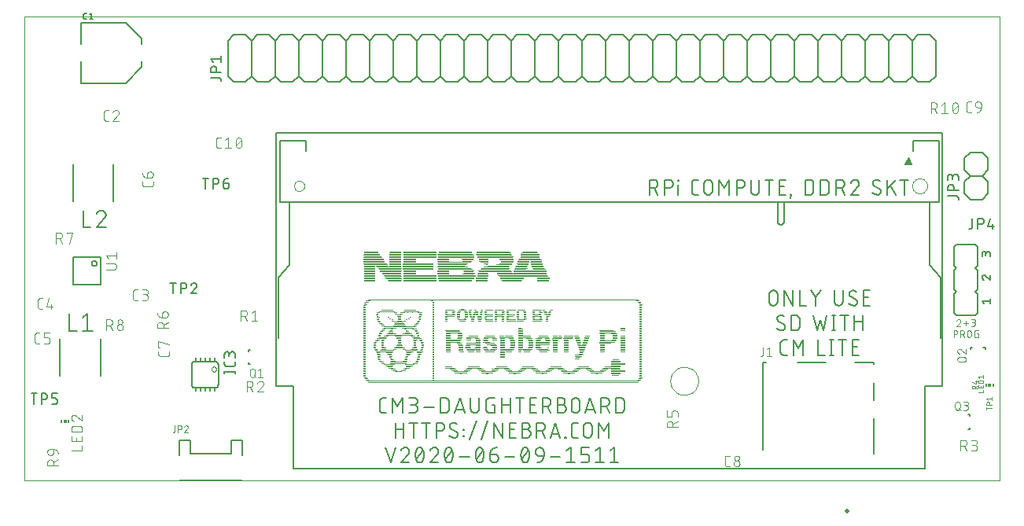
<source format=gto>
G04 EAGLE Gerber RS-274X export*
G75*
%MOIN*%
%FSLAX34Y34*%
%LPD*%
%INTop silk*%
%IPPOS*%
%AMOC8*
5,1,8,0,0,1.08239X$1,22.5*%
G01*
%ADD10C,0.000000*%
%ADD11C,0.006000*%
%ADD12R,1.133300X0.003340*%
%ADD13R,1.146700X0.003330*%
%ADD14R,1.153300X0.003330*%
%ADD15R,0.016700X0.003340*%
%ADD16R,0.006700X0.003340*%
%ADD17R,0.016600X0.003340*%
%ADD18R,0.013300X0.003330*%
%ADD19R,0.006700X0.003330*%
%ADD20R,0.013400X0.003330*%
%ADD21R,0.010000X0.003340*%
%ADD22R,0.010000X0.003330*%
%ADD23R,0.030000X0.003330*%
%ADD24R,0.006600X0.003330*%
%ADD25R,0.040000X0.003330*%
%ADD26R,0.040000X0.003340*%
%ADD27R,0.036700X0.003340*%
%ADD28R,0.036600X0.003340*%
%ADD29R,0.053300X0.003330*%
%ADD30R,0.050000X0.003330*%
%ADD31R,0.060000X0.003330*%
%ADD32R,0.063400X0.003330*%
%ADD33R,0.046700X0.003340*%
%ADD34R,0.070000X0.003340*%
%ADD35R,0.063300X0.003340*%
%ADD36R,0.020000X0.003330*%
%ADD37R,0.026700X0.003330*%
%ADD38R,0.026600X0.003330*%
%ADD39R,0.016700X0.003330*%
%ADD40R,0.013300X0.003340*%
%ADD41R,0.066700X0.003340*%
%ADD42R,0.076700X0.003340*%
%ADD43R,0.036700X0.003330*%
%ADD44R,0.056700X0.003330*%
%ADD45R,0.070000X0.003330*%
%ADD46R,0.023300X0.003330*%
%ADD47R,0.046700X0.003330*%
%ADD48R,0.066700X0.003330*%
%ADD49R,0.026600X0.003340*%
%ADD50R,0.023400X0.003340*%
%ADD51R,0.023300X0.003340*%
%ADD52R,0.033400X0.003340*%
%ADD53R,0.033300X0.003340*%
%ADD54R,0.060000X0.003340*%
%ADD55R,0.033400X0.003330*%
%ADD56R,0.046600X0.003330*%
%ADD57R,0.043300X0.003330*%
%ADD58R,0.016600X0.003330*%
%ADD59R,0.030000X0.003340*%
%ADD60R,0.026700X0.003340*%
%ADD61R,0.020000X0.003340*%
%ADD62R,0.013400X0.003340*%
%ADD63R,0.033300X0.003330*%
%ADD64R,0.036600X0.003330*%
%ADD65R,0.056600X0.003330*%
%ADD66R,0.056700X0.003340*%
%ADD67R,0.050000X0.003340*%
%ADD68R,0.056600X0.003340*%
%ADD69R,0.053300X0.003340*%
%ADD70R,0.023400X0.003330*%
%ADD71R,0.043400X0.003330*%
%ADD72R,0.063300X0.003330*%
%ADD73R,0.043300X0.003340*%
%ADD74R,0.113300X0.003330*%
%ADD75R,0.063400X0.003340*%
%ADD76R,0.133300X0.003330*%
%ADD77R,0.006600X0.003340*%
%ADD78R,0.003400X0.003340*%
%ADD79R,0.003300X0.003340*%
%ADD80R,0.066600X0.003330*%
%ADD81R,1.153300X0.003340*%
%ADD82R,0.130000X0.003340*%
%ADD83R,0.133300X0.003340*%
%ADD84R,0.083300X0.003340*%
%ADD85R,0.043400X0.003340*%
%ADD86R,0.136700X0.003330*%
%ADD87R,0.140000X0.003330*%
%ADD88R,0.083300X0.003330*%
%ADD89R,0.143300X0.003330*%
%ADD90R,0.090000X0.003330*%
%ADD91R,0.066600X0.003340*%
%ADD92R,0.140000X0.003340*%
%ADD93R,0.150000X0.003340*%
%ADD94R,0.093400X0.003340*%
%ADD95R,0.153300X0.003330*%
%ADD96R,0.096700X0.003330*%
%ADD97R,0.156600X0.003330*%
%ADD98R,0.100000X0.003330*%
%ADD99R,0.156600X0.003340*%
%ADD100R,0.210000X0.003340*%
%ADD101R,0.073300X0.003330*%
%ADD102R,0.160000X0.003330*%
%ADD103R,0.206600X0.003330*%
%ADD104R,0.076600X0.003330*%
%ADD105R,0.210000X0.003330*%
%ADD106R,0.080000X0.003340*%
%ADD107R,0.213300X0.003340*%
%ADD108R,0.086600X0.003340*%
%ADD109R,0.046600X0.003340*%
%ADD110R,0.143300X0.003340*%
%ADD111R,0.093300X0.003330*%
%ADD112R,0.093300X0.003340*%
%ADD113R,0.096600X0.003330*%
%ADD114R,0.130000X0.003330*%
%ADD115R,0.146600X0.003330*%
%ADD116R,0.123300X0.003330*%
%ADD117R,0.120000X0.003330*%
%ADD118R,0.053400X0.003330*%
%ADD119R,0.103300X0.003340*%
%ADD120R,0.136600X0.003340*%
%ADD121R,0.110000X0.003340*%
%ADD122R,0.103400X0.003330*%
%ADD123R,0.116600X0.003330*%
%ADD124R,0.090000X0.003340*%
%ADD125R,0.086700X0.003340*%
%ADD126R,0.053400X0.003340*%
%ADD127R,0.096700X0.003340*%
%ADD128R,0.083400X0.003330*%
%ADD129R,0.076700X0.003330*%
%ADD130R,0.150000X0.003330*%
%ADD131R,0.073400X0.003330*%
%ADD132R,0.153400X0.003330*%
%ADD133R,0.073400X0.003340*%
%ADD134R,0.153300X0.003340*%
%ADD135R,0.146700X0.003330*%
%ADD136C,0.003000*%
%ADD137C,0.008000*%
%ADD138C,0.005000*%
%ADD139C,0.002000*%
%ADD140R,0.009843X0.013780*%
%ADD141C,0.004000*%
%ADD142C,0.005906*%
%ADD143R,0.005906X0.011811*%
%ADD144R,0.011811X0.011811*%
%ADD145C,0.019685*%

G36*
X31720Y13386D02*
X31720Y13386D01*
X31721Y13386D01*
X31723Y13387D01*
X31726Y13388D01*
X31727Y13388D01*
X31728Y13389D01*
X31730Y13391D01*
X31732Y13392D01*
X31733Y13393D01*
X31734Y13394D01*
X31735Y13396D01*
X31737Y13399D01*
X31737Y13400D01*
X31737Y13401D01*
X31737Y13404D01*
X31738Y13406D01*
X31737Y13407D01*
X31738Y13409D01*
X31736Y13414D01*
X31588Y13709D01*
X31586Y13712D01*
X31585Y13714D01*
X31584Y13715D01*
X31583Y13715D01*
X31581Y13717D01*
X31579Y13718D01*
X31577Y13719D01*
X31576Y13719D01*
X31574Y13719D01*
X31571Y13720D01*
X31570Y13720D01*
X31569Y13720D01*
X31566Y13719D01*
X31563Y13719D01*
X31562Y13718D01*
X31561Y13718D01*
X31559Y13716D01*
X31557Y13714D01*
X31556Y13713D01*
X31556Y13712D01*
X31555Y13711D01*
X31554Y13709D01*
X31406Y13414D01*
X31406Y13413D01*
X31405Y13412D01*
X31405Y13409D01*
X31404Y13407D01*
X31404Y13406D01*
X31404Y13405D01*
X31405Y13402D01*
X31405Y13399D01*
X31406Y13398D01*
X31406Y13397D01*
X31408Y13395D01*
X31409Y13392D01*
X31410Y13392D01*
X31411Y13391D01*
X31413Y13390D01*
X31415Y13388D01*
X31417Y13388D01*
X31417Y13387D01*
X31423Y13386D01*
X31719Y13386D01*
X31720Y13386D01*
G37*
D10*
X-5906Y0D02*
X35433Y0D01*
X35433Y19685D01*
X-5906Y19685D01*
X-5906Y0D01*
D11*
X9295Y2873D02*
X9437Y2873D01*
X9295Y2874D02*
X9273Y2876D01*
X9251Y2881D01*
X9231Y2889D01*
X9212Y2901D01*
X9195Y2916D01*
X9180Y2933D01*
X9168Y2952D01*
X9160Y2972D01*
X9155Y2994D01*
X9153Y3016D01*
X9152Y3016D02*
X9152Y3371D01*
X9153Y3371D02*
X9155Y3393D01*
X9160Y3415D01*
X9168Y3435D01*
X9180Y3454D01*
X9195Y3471D01*
X9212Y3486D01*
X9231Y3498D01*
X9251Y3506D01*
X9273Y3511D01*
X9295Y3513D01*
X9437Y3513D01*
X9693Y3513D02*
X9693Y2873D01*
X9906Y3158D02*
X9693Y3513D01*
X9906Y3158D02*
X10119Y3513D01*
X10119Y2873D01*
X10405Y2873D02*
X10583Y2873D01*
X10608Y2875D01*
X10633Y2880D01*
X10657Y2889D01*
X10679Y2901D01*
X10700Y2916D01*
X10718Y2934D01*
X10733Y2955D01*
X10745Y2977D01*
X10754Y3001D01*
X10759Y3026D01*
X10761Y3051D01*
X10759Y3076D01*
X10754Y3101D01*
X10745Y3125D01*
X10733Y3147D01*
X10718Y3168D01*
X10700Y3186D01*
X10679Y3201D01*
X10657Y3213D01*
X10633Y3222D01*
X10608Y3227D01*
X10583Y3229D01*
X10619Y3513D02*
X10405Y3513D01*
X10619Y3513D02*
X10641Y3511D01*
X10663Y3506D01*
X10683Y3498D01*
X10702Y3486D01*
X10719Y3471D01*
X10734Y3454D01*
X10746Y3435D01*
X10754Y3415D01*
X10759Y3393D01*
X10761Y3371D01*
X10759Y3349D01*
X10754Y3327D01*
X10746Y3307D01*
X10734Y3288D01*
X10719Y3271D01*
X10702Y3256D01*
X10683Y3244D01*
X10663Y3236D01*
X10641Y3231D01*
X10619Y3229D01*
X10476Y3229D01*
X11026Y3122D02*
X11453Y3122D01*
X11739Y2873D02*
X11739Y3513D01*
X11916Y3513D01*
X11916Y3514D02*
X11941Y3512D01*
X11966Y3507D01*
X11990Y3498D01*
X12012Y3486D01*
X12033Y3471D01*
X12051Y3453D01*
X12066Y3432D01*
X12078Y3410D01*
X12087Y3386D01*
X12092Y3361D01*
X12094Y3336D01*
X12094Y3051D01*
X12092Y3026D01*
X12087Y3001D01*
X12078Y2977D01*
X12066Y2955D01*
X12051Y2934D01*
X12033Y2916D01*
X12012Y2901D01*
X11990Y2889D01*
X11966Y2880D01*
X11941Y2875D01*
X11916Y2873D01*
X11739Y2873D01*
X12339Y2873D02*
X12552Y3513D01*
X12766Y2873D01*
X12712Y3033D02*
X12392Y3033D01*
X13010Y3051D02*
X13010Y3513D01*
X13010Y3051D02*
X13012Y3026D01*
X13017Y3001D01*
X13026Y2977D01*
X13038Y2955D01*
X13053Y2934D01*
X13071Y2916D01*
X13092Y2901D01*
X13114Y2889D01*
X13138Y2880D01*
X13163Y2875D01*
X13188Y2873D01*
X13213Y2875D01*
X13238Y2880D01*
X13262Y2889D01*
X13284Y2901D01*
X13305Y2916D01*
X13323Y2934D01*
X13338Y2955D01*
X13350Y2977D01*
X13359Y3001D01*
X13364Y3026D01*
X13366Y3051D01*
X13366Y3513D01*
X13916Y3229D02*
X14022Y3229D01*
X14022Y2873D01*
X13809Y2873D01*
X13809Y2874D02*
X13787Y2876D01*
X13765Y2881D01*
X13745Y2889D01*
X13726Y2901D01*
X13709Y2916D01*
X13694Y2933D01*
X13682Y2952D01*
X13674Y2972D01*
X13669Y2994D01*
X13667Y3016D01*
X13667Y3371D01*
X13669Y3393D01*
X13674Y3415D01*
X13682Y3435D01*
X13694Y3454D01*
X13709Y3471D01*
X13726Y3486D01*
X13745Y3498D01*
X13765Y3506D01*
X13787Y3511D01*
X13809Y3513D01*
X14022Y3513D01*
X14323Y3513D02*
X14323Y2873D01*
X14323Y3229D02*
X14679Y3229D01*
X14679Y3513D02*
X14679Y2873D01*
X15096Y2873D02*
X15096Y3513D01*
X14918Y3513D02*
X15274Y3513D01*
X15514Y2873D02*
X15799Y2873D01*
X15514Y2873D02*
X15514Y3513D01*
X15799Y3513D01*
X15728Y3229D02*
X15514Y3229D01*
X16050Y3513D02*
X16050Y2873D01*
X16050Y3513D02*
X16228Y3513D01*
X16228Y3514D02*
X16253Y3512D01*
X16278Y3507D01*
X16302Y3498D01*
X16324Y3486D01*
X16345Y3471D01*
X16363Y3453D01*
X16378Y3432D01*
X16390Y3410D01*
X16399Y3386D01*
X16404Y3361D01*
X16406Y3336D01*
X16404Y3311D01*
X16399Y3286D01*
X16390Y3262D01*
X16378Y3240D01*
X16363Y3219D01*
X16345Y3201D01*
X16324Y3186D01*
X16302Y3174D01*
X16278Y3165D01*
X16253Y3160D01*
X16228Y3158D01*
X16050Y3158D01*
X16263Y3158D02*
X16406Y2873D01*
X16691Y3229D02*
X16868Y3229D01*
X16893Y3227D01*
X16918Y3222D01*
X16942Y3213D01*
X16964Y3201D01*
X16985Y3186D01*
X17003Y3168D01*
X17018Y3147D01*
X17030Y3125D01*
X17039Y3101D01*
X17044Y3076D01*
X17046Y3051D01*
X17044Y3026D01*
X17039Y3001D01*
X17030Y2977D01*
X17018Y2955D01*
X17003Y2934D01*
X16985Y2916D01*
X16964Y2901D01*
X16942Y2889D01*
X16918Y2880D01*
X16893Y2875D01*
X16868Y2873D01*
X16691Y2873D01*
X16691Y3513D01*
X16868Y3513D01*
X16890Y3511D01*
X16912Y3506D01*
X16932Y3498D01*
X16951Y3486D01*
X16968Y3471D01*
X16983Y3454D01*
X16995Y3435D01*
X17003Y3415D01*
X17008Y3393D01*
X17010Y3371D01*
X17008Y3349D01*
X17003Y3327D01*
X16995Y3307D01*
X16983Y3288D01*
X16968Y3271D01*
X16951Y3256D01*
X16932Y3244D01*
X16912Y3236D01*
X16890Y3231D01*
X16868Y3229D01*
X17277Y3336D02*
X17277Y3051D01*
X17277Y3336D02*
X17279Y3361D01*
X17284Y3386D01*
X17293Y3410D01*
X17305Y3432D01*
X17320Y3453D01*
X17338Y3471D01*
X17359Y3486D01*
X17381Y3498D01*
X17405Y3507D01*
X17430Y3512D01*
X17455Y3514D01*
X17480Y3512D01*
X17505Y3507D01*
X17529Y3498D01*
X17551Y3486D01*
X17572Y3471D01*
X17590Y3453D01*
X17605Y3432D01*
X17617Y3410D01*
X17626Y3386D01*
X17631Y3361D01*
X17633Y3336D01*
X17633Y3051D01*
X17631Y3026D01*
X17626Y3001D01*
X17617Y2977D01*
X17605Y2955D01*
X17590Y2934D01*
X17572Y2916D01*
X17551Y2901D01*
X17529Y2889D01*
X17505Y2880D01*
X17480Y2875D01*
X17455Y2873D01*
X17430Y2875D01*
X17405Y2880D01*
X17381Y2889D01*
X17359Y2901D01*
X17338Y2916D01*
X17320Y2934D01*
X17305Y2955D01*
X17293Y2977D01*
X17284Y3001D01*
X17279Y3026D01*
X17277Y3051D01*
X17857Y2873D02*
X18070Y3513D01*
X18284Y2873D01*
X18230Y3033D02*
X17910Y3033D01*
X18532Y2873D02*
X18532Y3513D01*
X18710Y3513D01*
X18710Y3514D02*
X18735Y3512D01*
X18760Y3507D01*
X18784Y3498D01*
X18806Y3486D01*
X18827Y3471D01*
X18845Y3453D01*
X18860Y3432D01*
X18872Y3410D01*
X18881Y3386D01*
X18886Y3361D01*
X18888Y3336D01*
X18886Y3311D01*
X18881Y3286D01*
X18872Y3262D01*
X18860Y3240D01*
X18845Y3219D01*
X18827Y3201D01*
X18806Y3186D01*
X18784Y3174D01*
X18760Y3165D01*
X18735Y3160D01*
X18710Y3158D01*
X18532Y3158D01*
X18746Y3158D02*
X18888Y2873D01*
X19164Y2873D02*
X19164Y3513D01*
X19342Y3513D01*
X19342Y3514D02*
X19367Y3512D01*
X19392Y3507D01*
X19416Y3498D01*
X19438Y3486D01*
X19459Y3471D01*
X19477Y3453D01*
X19492Y3432D01*
X19504Y3410D01*
X19513Y3386D01*
X19518Y3361D01*
X19520Y3336D01*
X19520Y3051D01*
X19518Y3026D01*
X19513Y3001D01*
X19504Y2977D01*
X19492Y2955D01*
X19477Y2934D01*
X19459Y2916D01*
X19438Y2901D01*
X19416Y2889D01*
X19392Y2880D01*
X19367Y2875D01*
X19342Y2873D01*
X19164Y2873D01*
X9812Y2463D02*
X9812Y1823D01*
X9812Y2179D02*
X10168Y2179D01*
X10168Y2463D02*
X10168Y1823D01*
X10585Y1823D02*
X10585Y2463D01*
X10407Y2463D02*
X10763Y2463D01*
X11118Y2463D02*
X11118Y1823D01*
X10941Y2463D02*
X11296Y2463D01*
X11544Y2463D02*
X11544Y1823D01*
X11544Y2463D02*
X11722Y2463D01*
X11722Y2464D02*
X11747Y2462D01*
X11772Y2457D01*
X11796Y2448D01*
X11818Y2436D01*
X11839Y2421D01*
X11857Y2403D01*
X11872Y2382D01*
X11884Y2360D01*
X11893Y2336D01*
X11898Y2311D01*
X11900Y2286D01*
X11898Y2261D01*
X11893Y2236D01*
X11884Y2212D01*
X11872Y2190D01*
X11857Y2169D01*
X11839Y2151D01*
X11818Y2136D01*
X11796Y2124D01*
X11772Y2115D01*
X11747Y2110D01*
X11722Y2108D01*
X11544Y2108D01*
X12323Y1824D02*
X12345Y1826D01*
X12367Y1831D01*
X12387Y1839D01*
X12406Y1851D01*
X12423Y1866D01*
X12438Y1883D01*
X12450Y1902D01*
X12458Y1922D01*
X12463Y1944D01*
X12465Y1966D01*
X12323Y1824D02*
X12289Y1826D01*
X12256Y1832D01*
X12223Y1841D01*
X12192Y1854D01*
X12163Y1870D01*
X12135Y1890D01*
X12110Y1913D01*
X12128Y2321D02*
X12130Y2343D01*
X12135Y2365D01*
X12143Y2385D01*
X12155Y2404D01*
X12170Y2421D01*
X12187Y2436D01*
X12206Y2448D01*
X12226Y2456D01*
X12248Y2461D01*
X12270Y2463D01*
X12270Y2464D02*
X12299Y2462D01*
X12327Y2458D01*
X12354Y2450D01*
X12381Y2440D01*
X12406Y2427D01*
X12430Y2411D01*
X12199Y2197D02*
X12181Y2209D01*
X12166Y2224D01*
X12153Y2240D01*
X12142Y2259D01*
X12134Y2279D01*
X12130Y2300D01*
X12128Y2321D01*
X12394Y2090D02*
X12412Y2078D01*
X12427Y2063D01*
X12440Y2047D01*
X12451Y2028D01*
X12459Y2008D01*
X12463Y1987D01*
X12465Y1966D01*
X12394Y2090D02*
X12199Y2197D01*
X12701Y1912D02*
X12701Y1877D01*
X12701Y1912D02*
X12736Y1912D01*
X12736Y1877D01*
X12701Y1877D01*
X12701Y2161D02*
X12701Y2197D01*
X12736Y2197D01*
X12736Y2161D01*
X12701Y2161D01*
X12966Y1752D02*
X13250Y2535D01*
X13743Y2535D02*
X13458Y1752D01*
X13997Y1823D02*
X13997Y2463D01*
X14353Y1823D01*
X14353Y2463D01*
X14655Y1823D02*
X14939Y1823D01*
X14655Y1823D02*
X14655Y2463D01*
X14939Y2463D01*
X14868Y2179D02*
X14655Y2179D01*
X15195Y2179D02*
X15373Y2179D01*
X15398Y2177D01*
X15423Y2172D01*
X15447Y2163D01*
X15469Y2151D01*
X15490Y2136D01*
X15508Y2118D01*
X15523Y2097D01*
X15535Y2075D01*
X15544Y2051D01*
X15549Y2026D01*
X15551Y2001D01*
X15549Y1976D01*
X15544Y1951D01*
X15535Y1927D01*
X15523Y1905D01*
X15508Y1884D01*
X15490Y1866D01*
X15469Y1851D01*
X15447Y1839D01*
X15423Y1830D01*
X15398Y1825D01*
X15373Y1823D01*
X15195Y1823D01*
X15195Y2463D01*
X15373Y2463D01*
X15395Y2461D01*
X15417Y2456D01*
X15437Y2448D01*
X15456Y2436D01*
X15473Y2421D01*
X15488Y2404D01*
X15500Y2385D01*
X15508Y2365D01*
X15513Y2343D01*
X15515Y2321D01*
X15513Y2299D01*
X15508Y2277D01*
X15500Y2257D01*
X15488Y2238D01*
X15473Y2221D01*
X15456Y2206D01*
X15437Y2194D01*
X15417Y2186D01*
X15395Y2181D01*
X15373Y2179D01*
X15806Y2463D02*
X15806Y1823D01*
X15806Y2463D02*
X15984Y2463D01*
X15984Y2464D02*
X16009Y2462D01*
X16034Y2457D01*
X16058Y2448D01*
X16080Y2436D01*
X16101Y2421D01*
X16119Y2403D01*
X16134Y2382D01*
X16146Y2360D01*
X16155Y2336D01*
X16160Y2311D01*
X16162Y2286D01*
X16160Y2261D01*
X16155Y2236D01*
X16146Y2212D01*
X16134Y2190D01*
X16119Y2169D01*
X16101Y2151D01*
X16080Y2136D01*
X16058Y2124D01*
X16034Y2115D01*
X16009Y2110D01*
X15984Y2108D01*
X15806Y2108D01*
X16019Y2108D02*
X16161Y1823D01*
X16382Y1823D02*
X16595Y2463D01*
X16809Y1823D01*
X16755Y1983D02*
X16435Y1983D01*
X17008Y1859D02*
X17008Y1823D01*
X17008Y1859D02*
X17044Y1859D01*
X17044Y1823D01*
X17008Y1823D01*
X17420Y1823D02*
X17562Y1823D01*
X17420Y1824D02*
X17398Y1826D01*
X17376Y1831D01*
X17356Y1839D01*
X17337Y1851D01*
X17320Y1866D01*
X17305Y1883D01*
X17293Y1902D01*
X17285Y1922D01*
X17280Y1944D01*
X17278Y1966D01*
X17278Y2321D01*
X17280Y2343D01*
X17285Y2365D01*
X17293Y2385D01*
X17305Y2404D01*
X17320Y2421D01*
X17337Y2436D01*
X17356Y2448D01*
X17376Y2456D01*
X17398Y2461D01*
X17420Y2463D01*
X17562Y2463D01*
X17792Y2286D02*
X17792Y2001D01*
X17792Y2286D02*
X17794Y2311D01*
X17799Y2336D01*
X17808Y2360D01*
X17820Y2382D01*
X17835Y2403D01*
X17853Y2421D01*
X17874Y2436D01*
X17896Y2448D01*
X17920Y2457D01*
X17945Y2462D01*
X17970Y2464D01*
X17995Y2462D01*
X18020Y2457D01*
X18044Y2448D01*
X18066Y2436D01*
X18087Y2421D01*
X18105Y2403D01*
X18120Y2382D01*
X18132Y2360D01*
X18141Y2336D01*
X18146Y2311D01*
X18148Y2286D01*
X18148Y2001D01*
X18146Y1976D01*
X18141Y1951D01*
X18132Y1927D01*
X18120Y1905D01*
X18105Y1884D01*
X18087Y1866D01*
X18066Y1851D01*
X18044Y1839D01*
X18020Y1830D01*
X17995Y1825D01*
X17970Y1823D01*
X17945Y1825D01*
X17920Y1830D01*
X17896Y1839D01*
X17874Y1851D01*
X17853Y1866D01*
X17835Y1884D01*
X17820Y1905D01*
X17808Y1927D01*
X17799Y1951D01*
X17794Y1976D01*
X17792Y2001D01*
X18433Y1823D02*
X18433Y2463D01*
X18647Y2108D01*
X18860Y2463D01*
X18860Y1823D01*
X9615Y773D02*
X9402Y1413D01*
X9829Y1413D02*
X9615Y773D01*
X10249Y1413D02*
X10272Y1411D01*
X10294Y1407D01*
X10315Y1399D01*
X10336Y1388D01*
X10354Y1374D01*
X10370Y1358D01*
X10384Y1340D01*
X10395Y1319D01*
X10403Y1298D01*
X10407Y1276D01*
X10409Y1253D01*
X10249Y1414D02*
X10223Y1412D01*
X10198Y1408D01*
X10173Y1400D01*
X10150Y1388D01*
X10128Y1375D01*
X10108Y1358D01*
X10090Y1339D01*
X10075Y1318D01*
X10063Y1296D01*
X10053Y1271D01*
X10356Y1128D02*
X10371Y1146D01*
X10385Y1165D01*
X10395Y1185D01*
X10403Y1207D01*
X10407Y1230D01*
X10409Y1253D01*
X10355Y1129D02*
X10053Y773D01*
X10409Y773D01*
X10669Y1093D02*
X10671Y1133D01*
X10675Y1172D01*
X10682Y1212D01*
X10693Y1250D01*
X10706Y1287D01*
X10722Y1324D01*
X10721Y1325D02*
X10729Y1344D01*
X10740Y1361D01*
X10754Y1376D01*
X10769Y1389D01*
X10787Y1400D01*
X10806Y1408D01*
X10826Y1412D01*
X10846Y1414D01*
X10866Y1412D01*
X10886Y1408D01*
X10905Y1400D01*
X10923Y1389D01*
X10938Y1376D01*
X10952Y1361D01*
X10963Y1344D01*
X10971Y1325D01*
X10971Y1324D02*
X10987Y1287D01*
X11000Y1250D01*
X11011Y1212D01*
X11018Y1172D01*
X11022Y1133D01*
X11024Y1093D01*
X10669Y1093D02*
X10671Y1053D01*
X10675Y1014D01*
X10682Y975D01*
X10693Y936D01*
X10706Y899D01*
X10722Y862D01*
X10721Y862D02*
X10729Y843D01*
X10740Y826D01*
X10754Y811D01*
X10769Y798D01*
X10787Y787D01*
X10806Y779D01*
X10826Y775D01*
X10846Y773D01*
X10971Y862D02*
X10987Y899D01*
X11000Y936D01*
X11011Y975D01*
X11018Y1014D01*
X11022Y1053D01*
X11024Y1093D01*
X10971Y862D02*
X10963Y843D01*
X10952Y826D01*
X10938Y811D01*
X10923Y798D01*
X10905Y787D01*
X10886Y779D01*
X10866Y775D01*
X10846Y773D01*
X10704Y916D02*
X10988Y1271D01*
X11479Y1413D02*
X11502Y1411D01*
X11524Y1407D01*
X11545Y1399D01*
X11566Y1388D01*
X11584Y1374D01*
X11600Y1358D01*
X11614Y1340D01*
X11625Y1319D01*
X11633Y1298D01*
X11637Y1276D01*
X11639Y1253D01*
X11479Y1414D02*
X11453Y1412D01*
X11428Y1408D01*
X11403Y1400D01*
X11380Y1388D01*
X11358Y1375D01*
X11338Y1358D01*
X11320Y1339D01*
X11305Y1318D01*
X11293Y1296D01*
X11283Y1271D01*
X11587Y1128D02*
X11602Y1146D01*
X11616Y1165D01*
X11626Y1185D01*
X11634Y1207D01*
X11638Y1230D01*
X11640Y1253D01*
X11586Y1129D02*
X11284Y773D01*
X11639Y773D01*
X11900Y1093D02*
X11902Y1133D01*
X11906Y1172D01*
X11913Y1212D01*
X11924Y1250D01*
X11937Y1287D01*
X11953Y1324D01*
X11952Y1325D02*
X11960Y1344D01*
X11971Y1361D01*
X11985Y1376D01*
X12000Y1389D01*
X12018Y1400D01*
X12037Y1408D01*
X12057Y1412D01*
X12077Y1414D01*
X12097Y1412D01*
X12117Y1408D01*
X12136Y1400D01*
X12154Y1389D01*
X12169Y1376D01*
X12183Y1361D01*
X12194Y1344D01*
X12202Y1325D01*
X12201Y1324D02*
X12217Y1287D01*
X12230Y1250D01*
X12241Y1212D01*
X12248Y1172D01*
X12252Y1133D01*
X12254Y1093D01*
X11900Y1093D02*
X11902Y1053D01*
X11906Y1014D01*
X11913Y975D01*
X11924Y936D01*
X11937Y899D01*
X11953Y862D01*
X11952Y862D02*
X11960Y843D01*
X11971Y826D01*
X11985Y811D01*
X12000Y798D01*
X12018Y787D01*
X12037Y779D01*
X12057Y775D01*
X12077Y773D01*
X12201Y862D02*
X12217Y899D01*
X12230Y936D01*
X12241Y975D01*
X12248Y1014D01*
X12252Y1053D01*
X12254Y1093D01*
X12202Y862D02*
X12194Y843D01*
X12183Y826D01*
X12169Y811D01*
X12154Y798D01*
X12136Y787D01*
X12117Y779D01*
X12097Y775D01*
X12077Y773D01*
X11935Y916D02*
X12219Y1271D01*
X12520Y1022D02*
X12947Y1022D01*
X13212Y1093D02*
X13214Y1133D01*
X13218Y1172D01*
X13225Y1212D01*
X13236Y1250D01*
X13249Y1287D01*
X13265Y1324D01*
X13265Y1325D02*
X13273Y1344D01*
X13284Y1361D01*
X13298Y1376D01*
X13313Y1389D01*
X13331Y1400D01*
X13350Y1408D01*
X13370Y1412D01*
X13390Y1414D01*
X13410Y1412D01*
X13430Y1408D01*
X13449Y1400D01*
X13467Y1389D01*
X13482Y1376D01*
X13496Y1361D01*
X13507Y1344D01*
X13515Y1325D01*
X13514Y1324D02*
X13530Y1287D01*
X13543Y1250D01*
X13554Y1212D01*
X13561Y1172D01*
X13565Y1133D01*
X13567Y1093D01*
X13212Y1093D02*
X13214Y1053D01*
X13218Y1014D01*
X13225Y975D01*
X13236Y936D01*
X13249Y899D01*
X13265Y862D01*
X13273Y843D01*
X13284Y826D01*
X13298Y811D01*
X13313Y798D01*
X13331Y787D01*
X13350Y779D01*
X13370Y775D01*
X13390Y773D01*
X13514Y862D02*
X13530Y899D01*
X13543Y936D01*
X13554Y975D01*
X13561Y1014D01*
X13565Y1053D01*
X13567Y1093D01*
X13515Y862D02*
X13507Y843D01*
X13496Y826D01*
X13482Y811D01*
X13467Y798D01*
X13449Y787D01*
X13430Y779D01*
X13410Y775D01*
X13390Y773D01*
X13248Y916D02*
X13532Y1271D01*
X13827Y1129D02*
X14041Y1129D01*
X14063Y1127D01*
X14085Y1122D01*
X14105Y1114D01*
X14124Y1102D01*
X14141Y1087D01*
X14156Y1070D01*
X14168Y1051D01*
X14176Y1031D01*
X14181Y1009D01*
X14183Y987D01*
X14183Y951D01*
X14181Y926D01*
X14176Y901D01*
X14167Y877D01*
X14155Y855D01*
X14140Y834D01*
X14122Y816D01*
X14101Y801D01*
X14079Y789D01*
X14055Y780D01*
X14030Y775D01*
X14005Y773D01*
X13980Y775D01*
X13955Y780D01*
X13931Y789D01*
X13909Y801D01*
X13888Y816D01*
X13870Y834D01*
X13855Y855D01*
X13843Y877D01*
X13834Y901D01*
X13829Y926D01*
X13827Y951D01*
X13827Y1129D01*
X13828Y1129D02*
X13830Y1161D01*
X13835Y1192D01*
X13844Y1223D01*
X13856Y1252D01*
X13872Y1280D01*
X13890Y1306D01*
X13911Y1330D01*
X13935Y1351D01*
X13961Y1369D01*
X13989Y1385D01*
X14018Y1397D01*
X14049Y1406D01*
X14080Y1411D01*
X14112Y1413D01*
X14448Y1022D02*
X14875Y1022D01*
X15141Y1093D02*
X15143Y1133D01*
X15147Y1172D01*
X15154Y1212D01*
X15165Y1250D01*
X15178Y1287D01*
X15194Y1324D01*
X15193Y1325D02*
X15201Y1344D01*
X15212Y1361D01*
X15226Y1376D01*
X15241Y1389D01*
X15259Y1400D01*
X15278Y1408D01*
X15298Y1412D01*
X15318Y1414D01*
X15338Y1412D01*
X15358Y1408D01*
X15377Y1400D01*
X15395Y1389D01*
X15410Y1376D01*
X15424Y1361D01*
X15435Y1344D01*
X15443Y1325D01*
X15442Y1324D02*
X15458Y1287D01*
X15471Y1250D01*
X15482Y1212D01*
X15489Y1172D01*
X15493Y1133D01*
X15495Y1093D01*
X15141Y1093D02*
X15143Y1053D01*
X15147Y1014D01*
X15154Y975D01*
X15165Y936D01*
X15178Y899D01*
X15194Y862D01*
X15193Y862D02*
X15201Y843D01*
X15212Y826D01*
X15226Y811D01*
X15241Y798D01*
X15259Y787D01*
X15278Y779D01*
X15298Y775D01*
X15318Y773D01*
X15442Y862D02*
X15458Y899D01*
X15471Y936D01*
X15482Y975D01*
X15489Y1014D01*
X15493Y1053D01*
X15495Y1093D01*
X15443Y862D02*
X15435Y843D01*
X15424Y826D01*
X15410Y811D01*
X15395Y798D01*
X15377Y787D01*
X15358Y779D01*
X15338Y775D01*
X15318Y773D01*
X15176Y916D02*
X15460Y1271D01*
X15898Y1058D02*
X16111Y1058D01*
X15898Y1058D02*
X15876Y1060D01*
X15854Y1065D01*
X15834Y1073D01*
X15815Y1085D01*
X15798Y1100D01*
X15783Y1117D01*
X15771Y1136D01*
X15763Y1156D01*
X15758Y1178D01*
X15756Y1200D01*
X15756Y1236D01*
X15758Y1261D01*
X15763Y1286D01*
X15772Y1310D01*
X15784Y1332D01*
X15799Y1353D01*
X15817Y1371D01*
X15838Y1386D01*
X15860Y1398D01*
X15884Y1407D01*
X15909Y1412D01*
X15934Y1414D01*
X15959Y1412D01*
X15984Y1407D01*
X16008Y1398D01*
X16030Y1386D01*
X16051Y1371D01*
X16069Y1353D01*
X16084Y1332D01*
X16096Y1310D01*
X16105Y1286D01*
X16110Y1261D01*
X16112Y1236D01*
X16111Y1236D02*
X16111Y1058D01*
X16109Y1026D01*
X16104Y995D01*
X16095Y964D01*
X16083Y935D01*
X16067Y907D01*
X16049Y881D01*
X16028Y857D01*
X16004Y836D01*
X15978Y818D01*
X15950Y802D01*
X15921Y790D01*
X15890Y781D01*
X15859Y776D01*
X15827Y774D01*
X16377Y1022D02*
X16803Y1022D01*
X17069Y1271D02*
X17246Y1413D01*
X17246Y773D01*
X17069Y773D02*
X17424Y773D01*
X17684Y773D02*
X17897Y773D01*
X17897Y774D02*
X17919Y776D01*
X17941Y781D01*
X17961Y789D01*
X17980Y801D01*
X17997Y816D01*
X18012Y833D01*
X18024Y852D01*
X18032Y872D01*
X18037Y894D01*
X18039Y916D01*
X18040Y916D02*
X18040Y987D01*
X18039Y987D02*
X18037Y1009D01*
X18032Y1031D01*
X18024Y1051D01*
X18012Y1070D01*
X17997Y1087D01*
X17980Y1102D01*
X17961Y1114D01*
X17941Y1122D01*
X17919Y1127D01*
X17897Y1129D01*
X17684Y1129D01*
X17684Y1413D01*
X18040Y1413D01*
X18299Y1271D02*
X18477Y1413D01*
X18477Y773D01*
X18299Y773D02*
X18655Y773D01*
X18915Y1271D02*
X19093Y1413D01*
X19093Y773D01*
X19270Y773D02*
X18915Y773D01*
D12*
X14383Y4133D03*
D13*
X14383Y4166D03*
D14*
X14383Y4200D03*
D15*
X8666Y4233D03*
D16*
X11416Y4233D03*
D17*
X20099Y4233D03*
D18*
X8616Y4266D03*
D19*
X11416Y4266D03*
D20*
X20149Y4266D03*
D18*
X8583Y4300D03*
D19*
X11416Y4300D03*
D18*
X20183Y4300D03*
D21*
X8566Y4333D03*
D16*
X11416Y4333D03*
D21*
X20199Y4333D03*
D20*
X8549Y4366D03*
D19*
X11416Y4366D03*
D18*
X20216Y4366D03*
D22*
X8532Y4400D03*
D19*
X11416Y4400D03*
D22*
X20232Y4400D03*
D21*
X8532Y4433D03*
D16*
X11416Y4433D03*
D21*
X20232Y4433D03*
D22*
X8532Y4466D03*
D19*
X11416Y4466D03*
D23*
X19166Y4466D03*
D22*
X20232Y4466D03*
X8532Y4500D03*
D19*
X11416Y4500D03*
X12583Y4500D03*
D22*
X13732Y4500D03*
X14899Y4500D03*
D24*
X16049Y4500D03*
D22*
X17199Y4500D03*
D24*
X18349Y4500D03*
D25*
X19149Y4500D03*
D22*
X20232Y4500D03*
D21*
X8532Y4533D03*
D16*
X11416Y4533D03*
D26*
X12582Y4533D03*
D27*
X13733Y4533D03*
D28*
X14899Y4533D03*
D26*
X16049Y4533D03*
D28*
X17199Y4533D03*
D26*
X18349Y4533D03*
X19149Y4533D03*
D21*
X20232Y4533D03*
D22*
X8532Y4566D03*
D19*
X11416Y4566D03*
D29*
X12583Y4566D03*
D30*
X13732Y4566D03*
X14899Y4566D03*
X16032Y4566D03*
X17199Y4566D03*
X18366Y4566D03*
D25*
X19149Y4566D03*
D22*
X20232Y4566D03*
X8532Y4600D03*
D23*
X9966Y4600D03*
D19*
X11416Y4600D03*
D31*
X12582Y4600D03*
X13749Y4600D03*
X14882Y4600D03*
X16049Y4600D03*
D32*
X17199Y4600D03*
D31*
X18349Y4600D03*
X19249Y4600D03*
D22*
X20232Y4600D03*
D21*
X8532Y4633D03*
D33*
X9983Y4633D03*
D16*
X11416Y4633D03*
D34*
X12599Y4633D03*
X13732Y4633D03*
X14899Y4633D03*
X16032Y4633D03*
X17199Y4633D03*
X18366Y4633D03*
D35*
X19266Y4633D03*
D21*
X20232Y4633D03*
D22*
X8532Y4666D03*
D36*
X9782Y4666D03*
X10149Y4666D03*
D19*
X11416Y4666D03*
D37*
X12316Y4666D03*
D38*
X12849Y4666D03*
D37*
X13483Y4666D03*
X14016Y4666D03*
X14616Y4666D03*
D38*
X15149Y4666D03*
D37*
X15783Y4666D03*
X16316Y4666D03*
D38*
X16949Y4666D03*
X17449Y4666D03*
D37*
X18083Y4666D03*
X18616Y4666D03*
D31*
X19249Y4666D03*
D22*
X20232Y4666D03*
X8532Y4700D03*
D39*
X9733Y4700D03*
D18*
X10216Y4700D03*
D19*
X11416Y4700D03*
D38*
X12249Y4700D03*
D37*
X12916Y4700D03*
X13416Y4700D03*
D23*
X14066Y4700D03*
D38*
X14549Y4700D03*
D37*
X15216Y4700D03*
X15716Y4700D03*
X16383Y4700D03*
D23*
X16866Y4700D03*
D37*
X17516Y4700D03*
X18016Y4700D03*
X18683Y4700D03*
D25*
X19149Y4700D03*
D22*
X20232Y4700D03*
D21*
X8532Y4733D03*
D40*
X9683Y4733D03*
D15*
X10266Y4733D03*
D16*
X11416Y4733D03*
D26*
X12149Y4733D03*
D34*
X13166Y4733D03*
D41*
X14316Y4733D03*
D34*
X15466Y4733D03*
D41*
X16616Y4733D03*
X17783Y4733D03*
D42*
X18966Y4733D03*
D21*
X20232Y4733D03*
D22*
X8532Y4766D03*
D36*
X9616Y4766D03*
D39*
X10333Y4766D03*
D19*
X11416Y4766D03*
D43*
X12133Y4766D03*
D44*
X13166Y4766D03*
D31*
X14316Y4766D03*
D44*
X15466Y4766D03*
D31*
X16616Y4766D03*
X17782Y4766D03*
D45*
X18999Y4766D03*
D22*
X20232Y4766D03*
X8532Y4800D03*
D36*
X9582Y4800D03*
D46*
X10366Y4800D03*
D19*
X11416Y4800D03*
D23*
X12099Y4800D03*
D30*
X13166Y4800D03*
D47*
X14316Y4800D03*
D30*
X15466Y4800D03*
D47*
X16616Y4800D03*
X17783Y4800D03*
D48*
X19016Y4800D03*
D22*
X20232Y4800D03*
D21*
X8532Y4833D03*
D49*
X9549Y4833D03*
D50*
X10399Y4833D03*
D16*
X11416Y4833D03*
D51*
X12066Y4833D03*
D52*
X13149Y4833D03*
D53*
X14316Y4833D03*
X15483Y4833D03*
X16616Y4833D03*
X17783Y4833D03*
D54*
X19049Y4833D03*
D21*
X20232Y4833D03*
D22*
X8532Y4866D03*
D55*
X9549Y4866D03*
D23*
X10432Y4866D03*
D19*
X11416Y4866D03*
D25*
X19149Y4866D03*
D22*
X20232Y4866D03*
X8532Y4900D03*
D56*
X9549Y4900D03*
D57*
X10433Y4900D03*
D19*
X11416Y4900D03*
D31*
X19249Y4900D03*
D22*
X20232Y4900D03*
D21*
X8532Y4933D03*
D51*
X9366Y4933D03*
D53*
X9716Y4933D03*
D49*
X10249Y4933D03*
D17*
X10599Y4933D03*
D16*
X11416Y4933D03*
D35*
X19266Y4933D03*
D21*
X20232Y4933D03*
D22*
X8532Y4966D03*
D58*
X9299Y4966D03*
D45*
X9966Y4966D03*
D39*
X10666Y4966D03*
D19*
X11416Y4966D03*
D31*
X19249Y4966D03*
D22*
X20232Y4966D03*
X8532Y5000D03*
D20*
X9249Y5000D03*
D45*
X9966Y5000D03*
D18*
X10716Y5000D03*
D19*
X11416Y5000D03*
D25*
X19149Y5000D03*
D22*
X20232Y5000D03*
D21*
X8532Y5033D03*
D40*
X9216Y5033D03*
D59*
X9766Y5033D03*
D60*
X10183Y5033D03*
D21*
X10732Y5033D03*
D16*
X11416Y5033D03*
D26*
X19149Y5033D03*
D21*
X20232Y5033D03*
D22*
X8532Y5066D03*
X9199Y5066D03*
D36*
X9716Y5066D03*
D39*
X10233Y5066D03*
D22*
X10766Y5066D03*
D19*
X11416Y5066D03*
D25*
X19149Y5066D03*
D22*
X20232Y5066D03*
X8532Y5100D03*
X9166Y5100D03*
D58*
X9699Y5100D03*
D20*
X10249Y5100D03*
D18*
X10783Y5100D03*
D19*
X11416Y5100D03*
D38*
X19149Y5100D03*
D22*
X20232Y5100D03*
D21*
X8532Y5133D03*
X9166Y5133D03*
D40*
X9683Y5133D03*
D21*
X10266Y5133D03*
X10799Y5133D03*
D16*
X11416Y5133D03*
D21*
X20232Y5133D03*
D22*
X8532Y5166D03*
X9132Y5166D03*
X9666Y5166D03*
X10299Y5166D03*
X10799Y5166D03*
D19*
X11416Y5166D03*
D39*
X17533Y5166D03*
D22*
X20232Y5166D03*
X8532Y5200D03*
X9132Y5200D03*
X9632Y5200D03*
X10299Y5200D03*
X10832Y5200D03*
D19*
X11416Y5200D03*
D36*
X14349Y5200D03*
D46*
X17566Y5200D03*
D22*
X20232Y5200D03*
D21*
X8532Y5233D03*
X9132Y5233D03*
X9632Y5233D03*
D16*
X10316Y5233D03*
D21*
X10832Y5233D03*
D16*
X11416Y5233D03*
D61*
X14349Y5233D03*
D60*
X17583Y5233D03*
D21*
X20232Y5233D03*
D22*
X8532Y5266D03*
D18*
X9116Y5266D03*
X9616Y5266D03*
D22*
X10332Y5266D03*
X10832Y5266D03*
D19*
X11416Y5266D03*
D36*
X14349Y5266D03*
D23*
X17599Y5266D03*
D22*
X20232Y5266D03*
X8532Y5300D03*
D18*
X9116Y5300D03*
D58*
X9599Y5300D03*
D20*
X10349Y5300D03*
D22*
X10832Y5300D03*
D19*
X11416Y5300D03*
D36*
X14349Y5300D03*
D23*
X17599Y5300D03*
D22*
X20232Y5300D03*
D21*
X8532Y5333D03*
D40*
X9116Y5333D03*
D61*
X9582Y5333D03*
D62*
X10349Y5333D03*
X10849Y5333D03*
D16*
X11416Y5333D03*
D61*
X14349Y5333D03*
X17682Y5333D03*
D21*
X20232Y5333D03*
D22*
X8532Y5366D03*
D58*
X9099Y5366D03*
D46*
X9566Y5366D03*
D39*
X10366Y5366D03*
D20*
X10849Y5366D03*
D19*
X11416Y5366D03*
D36*
X14349Y5366D03*
X17682Y5366D03*
D22*
X20232Y5366D03*
X8532Y5400D03*
D58*
X9099Y5400D03*
D38*
X9549Y5400D03*
D36*
X10382Y5400D03*
D39*
X10833Y5400D03*
D19*
X11416Y5400D03*
D36*
X14349Y5400D03*
D58*
X17699Y5400D03*
D22*
X20232Y5400D03*
D21*
X8532Y5433D03*
D61*
X9116Y5433D03*
D26*
X9516Y5433D03*
D59*
X10399Y5433D03*
D61*
X10849Y5433D03*
D16*
X11416Y5433D03*
D40*
X13016Y5433D03*
D15*
X13833Y5433D03*
D61*
X14349Y5433D03*
D40*
X14616Y5433D03*
X15383Y5433D03*
D17*
X16099Y5433D03*
D61*
X17716Y5433D03*
D21*
X20232Y5433D03*
D22*
X8532Y5466D03*
D20*
X9049Y5466D03*
D44*
X9433Y5466D03*
D63*
X10416Y5466D03*
D38*
X10849Y5466D03*
D19*
X11416Y5466D03*
D36*
X12049Y5466D03*
X12616Y5466D03*
D37*
X13016Y5466D03*
D39*
X13333Y5466D03*
D43*
X13833Y5466D03*
D36*
X14349Y5466D03*
D37*
X14616Y5466D03*
D58*
X15099Y5466D03*
D37*
X15383Y5466D03*
D64*
X16099Y5466D03*
D36*
X16582Y5466D03*
X17049Y5466D03*
X17716Y5466D03*
X18582Y5466D03*
X19449Y5466D03*
D22*
X20232Y5466D03*
X8532Y5500D03*
D18*
X9016Y5500D03*
D44*
X9466Y5500D03*
D65*
X10499Y5500D03*
D22*
X10932Y5500D03*
D19*
X11416Y5500D03*
D36*
X12049Y5500D03*
X12582Y5500D03*
D63*
X13016Y5500D03*
D36*
X13316Y5500D03*
D47*
X13816Y5500D03*
D29*
X14516Y5500D03*
D58*
X15099Y5500D03*
D63*
X15383Y5500D03*
D47*
X16116Y5500D03*
D36*
X16582Y5500D03*
X17049Y5500D03*
X17716Y5500D03*
X18582Y5500D03*
X19449Y5500D03*
D22*
X20232Y5500D03*
D21*
X8532Y5533D03*
X8999Y5533D03*
D54*
X9482Y5533D03*
D66*
X10466Y5533D03*
D62*
X10949Y5533D03*
D16*
X11416Y5533D03*
D61*
X12049Y5533D03*
X12582Y5533D03*
D54*
X13116Y5533D03*
D67*
X13832Y5533D03*
D66*
X14533Y5533D03*
D68*
X15299Y5533D03*
D69*
X16083Y5533D03*
D61*
X16582Y5533D03*
X17049Y5533D03*
D60*
X17716Y5533D03*
D61*
X18582Y5533D03*
X19449Y5533D03*
D21*
X20232Y5533D03*
D22*
X8532Y5566D03*
D18*
X8983Y5566D03*
D46*
X9333Y5566D03*
D18*
X9783Y5566D03*
D58*
X10199Y5566D03*
D37*
X10616Y5566D03*
D22*
X10966Y5566D03*
D19*
X11416Y5566D03*
D36*
X12049Y5566D03*
X12582Y5566D03*
D31*
X13116Y5566D03*
D46*
X13666Y5566D03*
D70*
X13999Y5566D03*
D31*
X14549Y5566D03*
X15316Y5566D03*
D30*
X16066Y5566D03*
D36*
X16582Y5566D03*
X17049Y5566D03*
D37*
X17716Y5566D03*
D36*
X18582Y5566D03*
X19449Y5566D03*
D22*
X20232Y5566D03*
X8532Y5600D03*
X8966Y5600D03*
D36*
X9316Y5600D03*
D71*
X9999Y5600D03*
D46*
X10633Y5600D03*
D22*
X10966Y5600D03*
D19*
X11416Y5600D03*
D36*
X12049Y5600D03*
X12582Y5600D03*
D70*
X12899Y5600D03*
X13299Y5600D03*
D36*
X13616Y5600D03*
X14016Y5600D03*
D46*
X14366Y5600D03*
D36*
X14749Y5600D03*
D46*
X15133Y5600D03*
D36*
X15516Y5600D03*
D70*
X15899Y5600D03*
D19*
X16283Y5600D03*
D36*
X16582Y5600D03*
X17049Y5600D03*
D37*
X17716Y5600D03*
D36*
X18582Y5600D03*
X19449Y5600D03*
D22*
X20232Y5600D03*
D21*
X8532Y5633D03*
X8966Y5633D03*
D17*
X9299Y5633D03*
D28*
X9999Y5633D03*
D15*
X10633Y5633D03*
D21*
X10999Y5633D03*
D16*
X11416Y5633D03*
D61*
X12049Y5633D03*
X12582Y5633D03*
X12882Y5633D03*
X13316Y5633D03*
X13616Y5633D03*
D15*
X14033Y5633D03*
D61*
X14349Y5633D03*
D51*
X14766Y5633D03*
D61*
X15116Y5633D03*
D51*
X15533Y5633D03*
D61*
X15882Y5633D03*
X16582Y5633D03*
X17049Y5633D03*
D53*
X17716Y5633D03*
D61*
X18582Y5633D03*
X19449Y5633D03*
D21*
X20232Y5633D03*
D22*
X8532Y5666D03*
X8966Y5666D03*
D18*
X9283Y5666D03*
D23*
X9999Y5666D03*
D20*
X10649Y5666D03*
D22*
X10999Y5666D03*
D19*
X11416Y5666D03*
D36*
X12049Y5666D03*
X12582Y5666D03*
X12882Y5666D03*
X13316Y5666D03*
D18*
X13616Y5666D03*
D36*
X14016Y5666D03*
X14349Y5666D03*
X14782Y5666D03*
X15116Y5666D03*
X15549Y5666D03*
X15849Y5666D03*
X16582Y5666D03*
X17049Y5666D03*
D63*
X17716Y5666D03*
D36*
X18582Y5666D03*
X19449Y5666D03*
D22*
X20232Y5666D03*
X8532Y5700D03*
X8966Y5700D03*
X9299Y5700D03*
D37*
X9983Y5700D03*
D22*
X10666Y5700D03*
X10999Y5700D03*
D19*
X11416Y5700D03*
D36*
X12049Y5700D03*
X12582Y5700D03*
X12882Y5700D03*
X13316Y5700D03*
D70*
X13999Y5700D03*
D36*
X14349Y5700D03*
X14782Y5700D03*
X15116Y5700D03*
X15549Y5700D03*
X15849Y5700D03*
X16582Y5700D03*
X17049Y5700D03*
D63*
X17716Y5700D03*
D36*
X18582Y5700D03*
X19449Y5700D03*
D22*
X20232Y5700D03*
D21*
X8532Y5733D03*
X8966Y5733D03*
X9299Y5733D03*
D61*
X9982Y5733D03*
D21*
X10666Y5733D03*
X10999Y5733D03*
D16*
X11416Y5733D03*
D61*
X12049Y5733D03*
D15*
X12566Y5733D03*
D61*
X12916Y5733D03*
X13316Y5733D03*
D52*
X13949Y5733D03*
D61*
X14349Y5733D03*
X14782Y5733D03*
X15116Y5733D03*
X15549Y5733D03*
X15849Y5733D03*
X16582Y5733D03*
X17049Y5733D03*
D26*
X17716Y5733D03*
D61*
X18582Y5733D03*
X19449Y5733D03*
D21*
X20232Y5733D03*
D22*
X8532Y5766D03*
X8966Y5766D03*
X9299Y5766D03*
D36*
X9982Y5766D03*
D22*
X10666Y5766D03*
X10999Y5766D03*
D19*
X11416Y5766D03*
D36*
X12049Y5766D03*
X12549Y5766D03*
D31*
X13116Y5766D03*
D25*
X13882Y5766D03*
D36*
X14349Y5766D03*
X14782Y5766D03*
X15116Y5766D03*
X15549Y5766D03*
D72*
X16066Y5766D03*
D36*
X16582Y5766D03*
X17049Y5766D03*
D58*
X17599Y5766D03*
D39*
X17833Y5766D03*
D36*
X18582Y5766D03*
X19449Y5766D03*
D22*
X20232Y5766D03*
X8532Y5800D03*
X8966Y5800D03*
X9299Y5800D03*
D18*
X9983Y5800D03*
D22*
X10666Y5800D03*
X10966Y5800D03*
D19*
X11416Y5800D03*
D36*
X12049Y5800D03*
D46*
X12533Y5800D03*
D44*
X13133Y5800D03*
D57*
X13833Y5800D03*
D36*
X14349Y5800D03*
X14782Y5800D03*
X15116Y5800D03*
X15549Y5800D03*
D72*
X16066Y5800D03*
D36*
X16582Y5800D03*
X17049Y5800D03*
D58*
X17599Y5800D03*
D36*
X17849Y5800D03*
D30*
X18732Y5800D03*
D36*
X19449Y5800D03*
D22*
X20232Y5800D03*
D21*
X8532Y5833D03*
X8999Y5833D03*
X9299Y5833D03*
D40*
X9983Y5833D03*
D21*
X10666Y5833D03*
X10966Y5833D03*
D16*
X11416Y5833D03*
D41*
X12283Y5833D03*
D67*
X13166Y5833D03*
D26*
X13782Y5833D03*
D61*
X14349Y5833D03*
X14782Y5833D03*
X15116Y5833D03*
X15549Y5833D03*
D35*
X16066Y5833D03*
D61*
X16582Y5833D03*
X17049Y5833D03*
X17582Y5833D03*
X17849Y5833D03*
D54*
X18782Y5833D03*
D61*
X19449Y5833D03*
D21*
X20232Y5833D03*
D22*
X8532Y5866D03*
X8999Y5866D03*
X9299Y5866D03*
D18*
X9983Y5866D03*
D22*
X10666Y5866D03*
D20*
X10949Y5866D03*
D19*
X11416Y5866D03*
D72*
X12266Y5866D03*
D36*
X13316Y5866D03*
D23*
X13699Y5866D03*
D36*
X14349Y5866D03*
X14782Y5866D03*
X15116Y5866D03*
X15549Y5866D03*
D72*
X16066Y5866D03*
D36*
X16582Y5866D03*
X17049Y5866D03*
X17582Y5866D03*
X17849Y5866D03*
D32*
X18799Y5866D03*
D36*
X19449Y5866D03*
D22*
X20232Y5866D03*
X8532Y5900D03*
D18*
X9016Y5900D03*
D22*
X9299Y5900D03*
D18*
X9983Y5900D03*
D22*
X10666Y5900D03*
X10932Y5900D03*
D19*
X11416Y5900D03*
D31*
X12249Y5900D03*
D36*
X13316Y5900D03*
X13649Y5900D03*
X14349Y5900D03*
X14782Y5900D03*
X15116Y5900D03*
X15549Y5900D03*
X15849Y5900D03*
X16282Y5900D03*
X16582Y5900D03*
X17049Y5900D03*
X17549Y5900D03*
X17882Y5900D03*
D48*
X18816Y5900D03*
D36*
X19449Y5900D03*
D22*
X20232Y5900D03*
D21*
X8532Y5933D03*
D62*
X9049Y5933D03*
D40*
X9283Y5933D03*
X9983Y5933D03*
D21*
X10666Y5933D03*
X10899Y5933D03*
D16*
X11416Y5933D03*
D35*
X12266Y5933D03*
D61*
X13316Y5933D03*
D15*
X13633Y5933D03*
D61*
X14349Y5933D03*
X14782Y5933D03*
X15116Y5933D03*
X15549Y5933D03*
X15849Y5933D03*
D15*
X16266Y5933D03*
D61*
X16582Y5933D03*
X17049Y5933D03*
X17549Y5933D03*
X17882Y5933D03*
D34*
X18832Y5933D03*
D61*
X19449Y5933D03*
D21*
X20232Y5933D03*
D22*
X8532Y5966D03*
D18*
X9083Y5966D03*
D58*
X9299Y5966D03*
D18*
X9983Y5966D03*
D39*
X10666Y5966D03*
D18*
X10883Y5966D03*
D19*
X11416Y5966D03*
D48*
X12283Y5966D03*
D36*
X12916Y5966D03*
X13316Y5966D03*
D39*
X13633Y5966D03*
D36*
X14016Y5966D03*
X14349Y5966D03*
X14749Y5966D03*
X15116Y5966D03*
X15516Y5966D03*
X15882Y5966D03*
X16249Y5966D03*
D70*
X16599Y5966D03*
D46*
X17066Y5966D03*
D36*
X17549Y5966D03*
X17882Y5966D03*
X18582Y5966D03*
X19082Y5966D03*
X19449Y5966D03*
D22*
X20232Y5966D03*
X8532Y6000D03*
D43*
X9233Y6000D03*
D39*
X9966Y6000D03*
D55*
X10749Y6000D03*
D19*
X11416Y6000D03*
D36*
X12049Y6000D03*
D46*
X12533Y6000D03*
X12933Y6000D03*
D36*
X13282Y6000D03*
X13649Y6000D03*
X14016Y6000D03*
D46*
X14366Y6000D03*
X14733Y6000D03*
X15133Y6000D03*
D70*
X15499Y6000D03*
X15899Y6000D03*
D36*
X16249Y6000D03*
D43*
X16666Y6000D03*
X17133Y6000D03*
D36*
X17516Y6000D03*
X17916Y6000D03*
X18582Y6000D03*
X19116Y6000D03*
X19449Y6000D03*
D22*
X20232Y6000D03*
D21*
X8532Y6033D03*
D52*
X9249Y6033D03*
D61*
X9982Y6033D03*
D59*
X10699Y6033D03*
D16*
X11416Y6033D03*
D61*
X12049Y6033D03*
X12549Y6033D03*
D69*
X13116Y6033D03*
X13816Y6033D03*
D54*
X14549Y6033D03*
X15316Y6033D03*
D67*
X16066Y6033D03*
D27*
X16666Y6033D03*
D26*
X17149Y6033D03*
D61*
X17516Y6033D03*
X17916Y6033D03*
X18582Y6033D03*
X19116Y6033D03*
X19449Y6033D03*
D21*
X20232Y6033D03*
D22*
X8532Y6066D03*
D63*
X9283Y6066D03*
D46*
X9966Y6066D03*
D63*
X10683Y6066D03*
D19*
X11416Y6066D03*
D36*
X12049Y6066D03*
D39*
X12566Y6066D03*
D30*
X13099Y6066D03*
X13832Y6066D03*
D44*
X14533Y6066D03*
D65*
X15299Y6066D03*
D47*
X16083Y6066D03*
D25*
X16682Y6066D03*
X17149Y6066D03*
D36*
X17516Y6066D03*
X17916Y6066D03*
X18582Y6066D03*
X19116Y6066D03*
X19449Y6066D03*
D22*
X20232Y6066D03*
X8532Y6100D03*
X9166Y6100D03*
D36*
X9416Y6100D03*
D23*
X9966Y6100D03*
D39*
X10566Y6100D03*
D22*
X10799Y6100D03*
D19*
X11416Y6100D03*
D36*
X12049Y6100D03*
D39*
X12566Y6100D03*
D25*
X13116Y6100D03*
D57*
X13833Y6100D03*
D39*
X14333Y6100D03*
D63*
X14616Y6100D03*
D29*
X15283Y6100D03*
D25*
X16082Y6100D03*
D36*
X16582Y6100D03*
D58*
X16799Y6100D03*
D36*
X17049Y6100D03*
D39*
X17266Y6100D03*
D36*
X17482Y6100D03*
X17949Y6100D03*
X18582Y6100D03*
X19116Y6100D03*
X19449Y6100D03*
D22*
X20232Y6100D03*
D21*
X8532Y6133D03*
X9166Y6133D03*
D51*
X9466Y6133D03*
D73*
X9966Y6133D03*
D17*
X10499Y6133D03*
D21*
X10799Y6133D03*
D16*
X11416Y6133D03*
D61*
X12049Y6133D03*
D15*
X12566Y6133D03*
D53*
X13116Y6133D03*
X13816Y6133D03*
D15*
X14333Y6133D03*
D60*
X14616Y6133D03*
D61*
X15116Y6133D03*
D60*
X15383Y6133D03*
D59*
X16066Y6133D03*
D15*
X16566Y6133D03*
D17*
X16799Y6133D03*
D61*
X17049Y6133D03*
D40*
X17283Y6133D03*
D61*
X17482Y6133D03*
X17949Y6133D03*
X18582Y6133D03*
X19116Y6133D03*
X19449Y6133D03*
D21*
X20232Y6133D03*
D22*
X8532Y6166D03*
X9166Y6166D03*
D74*
X9983Y6166D03*
D19*
X10783Y6166D03*
X11416Y6166D03*
D36*
X12049Y6166D03*
X12549Y6166D03*
X15116Y6166D03*
X18582Y6166D03*
X19116Y6166D03*
D22*
X20232Y6166D03*
X8532Y6200D03*
D18*
X9183Y6200D03*
D25*
X9649Y6200D03*
D43*
X10333Y6200D03*
D22*
X10766Y6200D03*
D19*
X11416Y6200D03*
D36*
X12049Y6200D03*
X12549Y6200D03*
X15116Y6200D03*
X18582Y6200D03*
D70*
X19099Y6200D03*
D22*
X20232Y6200D03*
D21*
X8532Y6233D03*
X9199Y6233D03*
D60*
X9616Y6233D03*
D51*
X10333Y6233D03*
D21*
X10766Y6233D03*
D16*
X11416Y6233D03*
D61*
X12049Y6233D03*
D60*
X12516Y6233D03*
D61*
X15116Y6233D03*
X18582Y6233D03*
D51*
X19066Y6233D03*
D21*
X20232Y6233D03*
D22*
X8532Y6266D03*
X9199Y6266D03*
D36*
X9616Y6266D03*
D39*
X10333Y6266D03*
D20*
X10749Y6266D03*
D19*
X11416Y6266D03*
D48*
X12283Y6266D03*
D36*
X15116Y6266D03*
D45*
X18832Y6266D03*
D22*
X20232Y6266D03*
X8532Y6300D03*
D18*
X9216Y6300D03*
D39*
X9633Y6300D03*
D18*
X10316Y6300D03*
D22*
X10732Y6300D03*
D19*
X11416Y6300D03*
D72*
X12266Y6300D03*
D36*
X15116Y6300D03*
D48*
X18816Y6300D03*
D22*
X20232Y6300D03*
D21*
X8532Y6333D03*
D62*
X9249Y6333D03*
X9649Y6333D03*
D21*
X10299Y6333D03*
D40*
X10716Y6333D03*
D16*
X11416Y6333D03*
D54*
X12249Y6333D03*
D61*
X15116Y6333D03*
D75*
X18799Y6333D03*
D61*
X19449Y6333D03*
D21*
X20232Y6333D03*
D22*
X8532Y6366D03*
D18*
X9283Y6366D03*
D22*
X9666Y6366D03*
D19*
X10283Y6366D03*
D18*
X10683Y6366D03*
D19*
X11416Y6366D03*
D44*
X12233Y6366D03*
D36*
X15116Y6366D03*
D44*
X18766Y6366D03*
D36*
X19449Y6366D03*
D22*
X20232Y6366D03*
X8532Y6400D03*
D18*
X9316Y6400D03*
D22*
X9699Y6400D03*
X10266Y6400D03*
D39*
X10633Y6400D03*
D19*
X11416Y6400D03*
D36*
X15116Y6400D03*
X19449Y6400D03*
D22*
X20232Y6400D03*
D21*
X8532Y6433D03*
D61*
X9382Y6433D03*
D40*
X9716Y6433D03*
D15*
X10266Y6433D03*
D51*
X10566Y6433D03*
D16*
X11416Y6433D03*
D61*
X15116Y6433D03*
X19449Y6433D03*
D21*
X20232Y6433D03*
D22*
X8532Y6466D03*
D29*
X9583Y6466D03*
D30*
X10366Y6466D03*
D19*
X11416Y6466D03*
D58*
X15099Y6466D03*
D39*
X19466Y6466D03*
D22*
X20232Y6466D03*
X8532Y6500D03*
D76*
X9983Y6500D03*
D19*
X11416Y6500D03*
D22*
X20232Y6500D03*
D21*
X8532Y6533D03*
D61*
X9382Y6533D03*
D41*
X9983Y6533D03*
D61*
X10582Y6533D03*
D16*
X11416Y6533D03*
D21*
X20232Y6533D03*
D22*
X8532Y6566D03*
D18*
X9283Y6566D03*
D29*
X9983Y6566D03*
D20*
X10649Y6566D03*
D19*
X11416Y6566D03*
D22*
X20232Y6566D03*
X8532Y6600D03*
D20*
X9249Y6600D03*
D47*
X9983Y6600D03*
D18*
X10683Y6600D03*
D19*
X11416Y6600D03*
D22*
X20232Y6600D03*
D21*
X8532Y6633D03*
X9232Y6633D03*
D26*
X9982Y6633D03*
D21*
X10732Y6633D03*
D16*
X11416Y6633D03*
D21*
X20232Y6633D03*
D22*
X8532Y6666D03*
D18*
X9183Y6666D03*
D25*
X9982Y6666D03*
D20*
X10749Y6666D03*
D19*
X11416Y6666D03*
D22*
X20232Y6666D03*
X8532Y6700D03*
X9166Y6700D03*
D57*
X9966Y6700D03*
D22*
X10799Y6700D03*
D19*
X11416Y6700D03*
D22*
X20232Y6700D03*
D21*
X8532Y6733D03*
D62*
X9149Y6733D03*
D21*
X9766Y6733D03*
D60*
X9983Y6733D03*
D21*
X10199Y6733D03*
X10799Y6733D03*
D16*
X11416Y6733D03*
D21*
X11999Y6733D03*
D62*
X12649Y6733D03*
D16*
X13083Y6733D03*
X13383Y6733D03*
D28*
X13799Y6733D03*
D21*
X14099Y6733D03*
D16*
X14416Y6733D03*
D27*
X14733Y6733D03*
D61*
X15082Y6733D03*
D50*
X15799Y6733D03*
D16*
X16283Y6733D03*
D21*
X20232Y6733D03*
D22*
X8532Y6766D03*
X9132Y6766D03*
X9732Y6766D03*
D36*
X9982Y6766D03*
D22*
X10232Y6766D03*
X10832Y6766D03*
D19*
X11416Y6766D03*
D22*
X11999Y6766D03*
D38*
X12649Y6766D03*
D18*
X13083Y6766D03*
X13383Y6766D03*
D64*
X13799Y6766D03*
D22*
X14099Y6766D03*
X14399Y6766D03*
D43*
X14733Y6766D03*
D23*
X15132Y6766D03*
D43*
X15833Y6766D03*
D22*
X16266Y6766D03*
X20232Y6766D03*
X8532Y6800D03*
X9099Y6800D03*
D19*
X9683Y6800D03*
D18*
X9983Y6800D03*
D19*
X10283Y6800D03*
D24*
X10849Y6800D03*
D19*
X11416Y6800D03*
D22*
X11999Y6800D03*
D55*
X12649Y6800D03*
D18*
X13083Y6800D03*
X13383Y6800D03*
D64*
X13799Y6800D03*
D22*
X14099Y6800D03*
X14399Y6800D03*
D43*
X14733Y6800D03*
D55*
X15149Y6800D03*
D25*
X15849Y6800D03*
D22*
X16266Y6800D03*
X20232Y6800D03*
D21*
X8532Y6833D03*
X9099Y6833D03*
X9632Y6833D03*
D40*
X9983Y6833D03*
D21*
X10332Y6833D03*
X10832Y6833D03*
D16*
X11416Y6833D03*
D21*
X11999Y6833D03*
D40*
X12516Y6833D03*
X12783Y6833D03*
D17*
X13099Y6833D03*
D40*
X13383Y6833D03*
D21*
X13666Y6833D03*
X14099Y6833D03*
X14399Y6833D03*
X14599Y6833D03*
X15032Y6833D03*
D40*
X15283Y6833D03*
D21*
X15699Y6833D03*
D40*
X15983Y6833D03*
D21*
X16266Y6833D03*
X20232Y6833D03*
D22*
X8532Y6866D03*
D19*
X9083Y6866D03*
X9583Y6866D03*
D18*
X9983Y6866D03*
D19*
X10383Y6866D03*
D22*
X10866Y6866D03*
D19*
X11416Y6866D03*
D22*
X11999Y6866D03*
X12499Y6866D03*
X12799Y6866D03*
D58*
X13099Y6866D03*
D36*
X13382Y6866D03*
D22*
X13666Y6866D03*
X14099Y6866D03*
X14399Y6866D03*
X14599Y6866D03*
X15032Y6866D03*
D18*
X15316Y6866D03*
D22*
X15699Y6866D03*
X15999Y6866D03*
X16266Y6866D03*
X20232Y6866D03*
X8532Y6900D03*
D18*
X9083Y6900D03*
D19*
X9516Y6900D03*
D18*
X9983Y6900D03*
D24*
X10449Y6900D03*
D22*
X10866Y6900D03*
D19*
X11416Y6900D03*
D22*
X11999Y6900D03*
D18*
X12483Y6900D03*
X12816Y6900D03*
D36*
X13082Y6900D03*
X13382Y6900D03*
D22*
X13666Y6900D03*
X14099Y6900D03*
X14399Y6900D03*
X14599Y6900D03*
X15032Y6900D03*
X15332Y6900D03*
X15699Y6900D03*
X15999Y6900D03*
X16266Y6900D03*
X20232Y6900D03*
D21*
X8532Y6933D03*
X9066Y6933D03*
D77*
X9449Y6933D03*
D40*
X9983Y6933D03*
D16*
X10516Y6933D03*
D21*
X10866Y6933D03*
D16*
X11416Y6933D03*
D59*
X12099Y6933D03*
D40*
X12483Y6933D03*
X12816Y6933D03*
D21*
X13032Y6933D03*
D77*
X13149Y6933D03*
D61*
X13382Y6933D03*
D21*
X13666Y6933D03*
X14099Y6933D03*
D40*
X14383Y6933D03*
D21*
X14599Y6933D03*
X15032Y6933D03*
X15332Y6933D03*
X15699Y6933D03*
X15999Y6933D03*
D40*
X16283Y6933D03*
D21*
X20232Y6933D03*
D22*
X8532Y6966D03*
D24*
X9049Y6966D03*
D19*
X9916Y6966D03*
D22*
X10032Y6966D03*
X10899Y6966D03*
D19*
X11416Y6966D03*
D43*
X12133Y6966D03*
D18*
X12483Y6966D03*
X12816Y6966D03*
D22*
X13032Y6966D03*
X13166Y6966D03*
D19*
X13316Y6966D03*
D22*
X13432Y6966D03*
D63*
X13783Y6966D03*
D43*
X14233Y6966D03*
D23*
X14699Y6966D03*
D22*
X15032Y6966D03*
X15332Y6966D03*
D43*
X15833Y6966D03*
D18*
X16283Y6966D03*
D22*
X20232Y6966D03*
X8532Y7000D03*
X9066Y7000D03*
D19*
X9916Y7000D03*
D22*
X10032Y7000D03*
D18*
X10883Y7000D03*
D19*
X11416Y7000D03*
D25*
X12149Y7000D03*
D18*
X12483Y7000D03*
X12816Y7000D03*
D22*
X13032Y7000D03*
X13166Y7000D03*
X13299Y7000D03*
D24*
X13449Y7000D03*
D63*
X13783Y7000D03*
X14216Y7000D03*
X14716Y7000D03*
D22*
X15032Y7000D03*
X15332Y7000D03*
D63*
X15816Y7000D03*
D36*
X16282Y7000D03*
D22*
X20232Y7000D03*
D21*
X8532Y7033D03*
X9066Y7033D03*
X9899Y7033D03*
X10066Y7033D03*
X10899Y7033D03*
D16*
X11416Y7033D03*
D21*
X11999Y7033D03*
X12299Y7033D03*
D40*
X12483Y7033D03*
X12816Y7033D03*
D21*
X13032Y7033D03*
D16*
X13183Y7033D03*
D21*
X13299Y7033D03*
X13466Y7033D03*
D53*
X13783Y7033D03*
D40*
X14116Y7033D03*
D62*
X14349Y7033D03*
D53*
X14716Y7033D03*
D21*
X15032Y7033D03*
X15332Y7033D03*
D27*
X15833Y7033D03*
D51*
X16266Y7033D03*
D21*
X20232Y7033D03*
D22*
X8532Y7066D03*
D24*
X9049Y7066D03*
D22*
X9866Y7066D03*
X10099Y7066D03*
X10899Y7066D03*
D19*
X11416Y7066D03*
D22*
X11999Y7066D03*
X12299Y7066D03*
D18*
X12483Y7066D03*
X12816Y7066D03*
D22*
X12999Y7066D03*
D39*
X13233Y7066D03*
D22*
X13466Y7066D03*
X13666Y7066D03*
X14099Y7066D03*
D18*
X14383Y7066D03*
D22*
X14599Y7066D03*
X15032Y7066D03*
X15332Y7066D03*
X15699Y7066D03*
X15966Y7066D03*
X16199Y7066D03*
X16366Y7066D03*
X20232Y7066D03*
X8532Y7100D03*
D58*
X9099Y7100D03*
D18*
X9816Y7100D03*
D39*
X10133Y7100D03*
D36*
X10849Y7100D03*
D19*
X11416Y7100D03*
D22*
X11999Y7100D03*
X12299Y7100D03*
D18*
X12483Y7100D03*
X12816Y7100D03*
D22*
X12999Y7100D03*
D39*
X13233Y7100D03*
D22*
X13466Y7100D03*
X13666Y7100D03*
X14099Y7100D03*
X14399Y7100D03*
X14599Y7100D03*
X15032Y7100D03*
X15332Y7100D03*
X15699Y7100D03*
D18*
X15983Y7100D03*
X16183Y7100D03*
D22*
X16366Y7100D03*
X20232Y7100D03*
D21*
X8532Y7133D03*
D59*
X9166Y7133D03*
D78*
X9399Y7133D03*
X9599Y7133D03*
D61*
X9749Y7133D03*
D50*
X10199Y7133D03*
D79*
X10366Y7133D03*
X10566Y7133D03*
D60*
X10783Y7133D03*
D16*
X11416Y7133D03*
D21*
X11999Y7133D03*
X12299Y7133D03*
X12499Y7133D03*
X12799Y7133D03*
X12999Y7133D03*
D15*
X13233Y7133D03*
D21*
X13466Y7133D03*
X13666Y7133D03*
X14099Y7133D03*
X14399Y7133D03*
X14599Y7133D03*
X15032Y7133D03*
D40*
X15316Y7133D03*
D21*
X15699Y7133D03*
D40*
X15983Y7133D03*
D21*
X16166Y7133D03*
D40*
X16383Y7133D03*
D21*
X20232Y7133D03*
D22*
X8532Y7166D03*
D80*
X9449Y7166D03*
D32*
X10499Y7166D03*
D19*
X11416Y7166D03*
D22*
X11999Y7166D03*
D18*
X12283Y7166D03*
X12516Y7166D03*
X12783Y7166D03*
D22*
X12999Y7166D03*
D20*
X13249Y7166D03*
D22*
X13499Y7166D03*
X13666Y7166D03*
X14099Y7166D03*
D18*
X14383Y7166D03*
D22*
X14599Y7166D03*
X15032Y7166D03*
D18*
X15283Y7166D03*
D22*
X15699Y7166D03*
X15966Y7166D03*
D20*
X16149Y7166D03*
D22*
X16399Y7166D03*
X20232Y7166D03*
X8532Y7200D03*
D30*
X9499Y7200D03*
X10466Y7200D03*
D19*
X11416Y7200D03*
D43*
X12133Y7200D03*
D55*
X12649Y7200D03*
D18*
X12983Y7200D03*
D22*
X13232Y7200D03*
X13499Y7200D03*
D64*
X13799Y7200D03*
D43*
X14233Y7200D03*
X14733Y7200D03*
D55*
X15149Y7200D03*
D43*
X15833Y7200D03*
D22*
X16132Y7200D03*
D18*
X16416Y7200D03*
D22*
X20232Y7200D03*
D21*
X8532Y7233D03*
D61*
X9449Y7233D03*
X10516Y7233D03*
D16*
X11416Y7233D03*
D53*
X12116Y7233D03*
D49*
X12649Y7233D03*
D21*
X12966Y7233D03*
X13232Y7233D03*
X13499Y7233D03*
D28*
X13799Y7233D03*
D53*
X14216Y7233D03*
D27*
X14733Y7233D03*
D59*
X15132Y7233D03*
D53*
X15816Y7233D03*
D40*
X16116Y7233D03*
D21*
X16432Y7233D03*
X20232Y7233D03*
D22*
X8532Y7266D03*
D19*
X11416Y7266D03*
D20*
X12649Y7266D03*
D22*
X20232Y7266D03*
X8532Y7300D03*
D19*
X11416Y7300D03*
D22*
X20232Y7300D03*
D21*
X8532Y7333D03*
D16*
X11416Y7333D03*
D21*
X20232Y7333D03*
D22*
X8532Y7366D03*
D19*
X11416Y7366D03*
D22*
X20232Y7366D03*
X8532Y7400D03*
D19*
X11416Y7400D03*
D22*
X20232Y7400D03*
D21*
X8532Y7433D03*
D16*
X11416Y7433D03*
D21*
X20232Y7433D03*
D20*
X8549Y7466D03*
D19*
X11416Y7466D03*
D18*
X20216Y7466D03*
D22*
X8566Y7500D03*
D19*
X11416Y7500D03*
D22*
X20199Y7500D03*
D40*
X8583Y7533D03*
D16*
X11416Y7533D03*
D40*
X20183Y7533D03*
D18*
X8616Y7566D03*
D19*
X11416Y7566D03*
D20*
X20149Y7566D03*
D39*
X8666Y7600D03*
D22*
X11399Y7600D03*
D58*
X20099Y7600D03*
D81*
X14383Y7633D03*
D13*
X14383Y7666D03*
D33*
X8716Y8432D03*
D69*
X9783Y8432D03*
D82*
X10866Y8432D03*
D83*
X12316Y8432D03*
D67*
X13499Y8432D03*
D84*
X14766Y8432D03*
D85*
X16099Y8432D03*
D47*
X8716Y8466D03*
D29*
X9783Y8466D03*
D86*
X10866Y8466D03*
D87*
X12349Y8466D03*
D30*
X13499Y8466D03*
D88*
X14766Y8466D03*
D30*
X16099Y8466D03*
D47*
X8716Y8499D03*
D31*
X9782Y8499D03*
D86*
X10866Y8499D03*
D89*
X12366Y8499D03*
D30*
X13499Y8499D03*
D90*
X14766Y8499D03*
D30*
X16099Y8499D03*
D33*
X8716Y8532D03*
D91*
X9749Y8532D03*
D92*
X10849Y8532D03*
D93*
X12366Y8532D03*
D67*
X13499Y8532D03*
D94*
X14749Y8532D03*
D69*
X16083Y8532D03*
D47*
X8716Y8566D03*
D80*
X9749Y8566D03*
D87*
X10849Y8566D03*
D95*
X12383Y8566D03*
D30*
X13499Y8566D03*
D96*
X14766Y8566D03*
D29*
X16083Y8566D03*
D47*
X8716Y8599D03*
D45*
X9732Y8599D03*
D87*
X10849Y8599D03*
D97*
X12399Y8599D03*
D30*
X13499Y8599D03*
D98*
X14749Y8599D03*
D29*
X16083Y8599D03*
D33*
X8716Y8632D03*
D34*
X9732Y8632D03*
D92*
X10849Y8632D03*
D99*
X12399Y8632D03*
D67*
X13499Y8632D03*
D100*
X15266Y8632D03*
D47*
X8716Y8666D03*
D101*
X9716Y8666D03*
D87*
X10849Y8666D03*
D102*
X12416Y8666D03*
D47*
X13516Y8666D03*
D103*
X15249Y8666D03*
D47*
X8716Y8699D03*
D104*
X9699Y8699D03*
D87*
X10849Y8699D03*
D102*
X12416Y8699D03*
D47*
X13516Y8699D03*
D105*
X15232Y8699D03*
D33*
X8716Y8732D03*
D106*
X9682Y8732D03*
D69*
X10416Y8732D03*
D67*
X11866Y8732D03*
D75*
X12899Y8732D03*
D33*
X13516Y8732D03*
D107*
X15216Y8732D03*
D47*
X8716Y8766D03*
D88*
X9666Y8766D03*
D29*
X10416Y8766D03*
D30*
X11866Y8766D03*
X12932Y8766D03*
D47*
X13516Y8766D03*
D105*
X15199Y8766D03*
D47*
X8716Y8799D03*
D88*
X9666Y8799D03*
D29*
X10416Y8799D03*
D30*
X11866Y8799D03*
D56*
X12949Y8799D03*
D57*
X13533Y8799D03*
D80*
X14449Y8799D03*
D89*
X15533Y8799D03*
D33*
X8716Y8832D03*
D108*
X9649Y8832D03*
D69*
X10416Y8832D03*
D67*
X11866Y8832D03*
D109*
X12949Y8832D03*
D73*
X13533Y8832D03*
D41*
X14416Y8832D03*
D110*
X15533Y8832D03*
D47*
X8716Y8866D03*
D90*
X9632Y8866D03*
D29*
X10416Y8866D03*
D30*
X11866Y8866D03*
D57*
X12933Y8866D03*
D87*
X14049Y8866D03*
D86*
X15533Y8866D03*
D47*
X8716Y8899D03*
D111*
X9616Y8899D03*
D29*
X10416Y8899D03*
D30*
X11866Y8899D03*
D47*
X12916Y8899D03*
D86*
X14033Y8899D03*
X15533Y8899D03*
D33*
X8716Y8932D03*
D112*
X9616Y8932D03*
D82*
X10799Y8932D03*
D67*
X11866Y8932D03*
D33*
X12883Y8932D03*
D82*
X14032Y8932D03*
D67*
X15132Y8932D03*
X15932Y8932D03*
D47*
X8716Y8966D03*
D113*
X9599Y8966D03*
D114*
X10799Y8966D03*
D115*
X12349Y8966D03*
D116*
X14033Y8966D03*
D30*
X15132Y8966D03*
D29*
X15916Y8966D03*
D47*
X8716Y8999D03*
D98*
X9582Y8999D03*
D114*
X10799Y8999D03*
D89*
X12333Y8999D03*
D117*
X14049Y8999D03*
D118*
X15149Y8999D03*
D30*
X15899Y8999D03*
D33*
X8716Y9032D03*
D119*
X9566Y9032D03*
D82*
X10799Y9032D03*
D120*
X12299Y9032D03*
D121*
X14066Y9032D03*
D67*
X15166Y9032D03*
X15899Y9032D03*
D47*
X8716Y9066D03*
D29*
X9283Y9066D03*
D30*
X9832Y9066D03*
D114*
X10799Y9066D03*
X12266Y9066D03*
D122*
X14099Y9066D03*
D30*
X15166Y9066D03*
X15866Y9066D03*
D47*
X8716Y9099D03*
D30*
X9266Y9099D03*
X9832Y9099D03*
D114*
X10799Y9099D03*
D123*
X12199Y9099D03*
D113*
X14199Y9099D03*
D30*
X15199Y9099D03*
X15866Y9099D03*
D33*
X8716Y9132D03*
D67*
X9232Y9132D03*
X9832Y9132D03*
D82*
X10799Y9132D03*
D121*
X12166Y9132D03*
D124*
X14266Y9132D03*
D67*
X15199Y9132D03*
X15866Y9132D03*
D98*
X8982Y9166D03*
D30*
X9832Y9166D03*
D114*
X10799Y9166D03*
D116*
X12233Y9166D03*
D19*
X13683Y9166D03*
D48*
X14416Y9166D03*
D47*
X15216Y9166D03*
D30*
X15832Y9166D03*
D96*
X8966Y9199D03*
D30*
X9832Y9199D03*
D114*
X10799Y9199D03*
X12266Y9199D03*
D39*
X13666Y9199D03*
D29*
X14483Y9199D03*
D30*
X15232Y9199D03*
X15832Y9199D03*
D94*
X8949Y9232D03*
D67*
X9832Y9232D03*
D82*
X10799Y9232D03*
D120*
X12299Y9232D03*
D60*
X13616Y9232D03*
D69*
X14516Y9232D03*
D109*
X15249Y9232D03*
D67*
X15832Y9232D03*
D90*
X8932Y9266D03*
D30*
X9832Y9266D03*
D29*
X10416Y9266D03*
D89*
X12333Y9266D03*
D63*
X13583Y9266D03*
D118*
X14549Y9266D03*
D30*
X15266Y9266D03*
X15799Y9266D03*
D90*
X8932Y9299D03*
D30*
X9832Y9299D03*
D29*
X10416Y9299D03*
D30*
X11866Y9299D03*
D57*
X12866Y9299D03*
D43*
X13566Y9299D03*
D118*
X14549Y9299D03*
D30*
X15266Y9299D03*
D47*
X15783Y9299D03*
D125*
X8916Y9332D03*
D67*
X9832Y9332D03*
D69*
X10416Y9332D03*
D67*
X11866Y9332D03*
D33*
X12883Y9332D03*
D27*
X13566Y9332D03*
D126*
X14549Y9332D03*
D127*
X15533Y9332D03*
D128*
X8899Y9366D03*
D30*
X9832Y9366D03*
D29*
X10416Y9366D03*
D30*
X11866Y9366D03*
D47*
X12883Y9366D03*
D25*
X13549Y9366D03*
D44*
X14533Y9366D03*
D96*
X15533Y9366D03*
D128*
X8899Y9399D03*
D30*
X9832Y9399D03*
D29*
X10416Y9399D03*
D30*
X11866Y9399D03*
X12899Y9399D03*
D25*
X13549Y9399D03*
D31*
X14516Y9399D03*
D90*
X15532Y9399D03*
D106*
X8882Y9432D03*
D67*
X9832Y9432D03*
D69*
X10416Y9432D03*
D67*
X11866Y9432D03*
D54*
X12849Y9432D03*
D93*
X14066Y9432D03*
D124*
X15532Y9432D03*
D129*
X8866Y9466D03*
D30*
X9832Y9466D03*
D87*
X10849Y9466D03*
D97*
X12399Y9466D03*
D130*
X14066Y9466D03*
D88*
X15533Y9466D03*
D131*
X8849Y9499D03*
D30*
X9832Y9499D03*
D87*
X10849Y9499D03*
D97*
X12399Y9499D03*
D132*
X14049Y9499D03*
D88*
X15533Y9499D03*
D133*
X8849Y9532D03*
D67*
X9832Y9532D03*
D92*
X10849Y9532D03*
D134*
X12383Y9532D03*
D93*
X14032Y9532D03*
D84*
X15533Y9532D03*
D45*
X8832Y9566D03*
D30*
X9832Y9566D03*
D87*
X10849Y9566D03*
D95*
X12383Y9566D03*
D130*
X14032Y9566D03*
D129*
X15533Y9566D03*
D48*
X8816Y9599D03*
D30*
X9832Y9599D03*
D87*
X10849Y9599D03*
D130*
X12366Y9599D03*
X13999Y9599D03*
D129*
X15533Y9599D03*
D75*
X8799Y9632D03*
D67*
X9832Y9632D03*
D92*
X10849Y9632D03*
D93*
X12366Y9632D03*
X13999Y9632D03*
D34*
X15532Y9632D03*
D31*
X8782Y9666D03*
D30*
X9832Y9666D03*
D86*
X10866Y9666D03*
D89*
X12366Y9666D03*
D135*
X13983Y9666D03*
D45*
X15532Y9666D03*
D31*
X8782Y9699D03*
D47*
X9816Y9699D03*
D86*
X10866Y9699D03*
D87*
X12349Y9699D03*
X13949Y9699D03*
D72*
X15533Y9699D03*
D66*
X8766Y9732D03*
D33*
X9816Y9732D03*
D82*
X10866Y9732D03*
D83*
X12316Y9732D03*
X13916Y9732D03*
D35*
X15533Y9732D03*
D136*
X33697Y6851D02*
X33713Y6849D01*
X33729Y6844D01*
X33743Y6835D01*
X33754Y6824D01*
X33763Y6810D01*
X33768Y6794D01*
X33770Y6778D01*
X33697Y6851D02*
X33680Y6850D01*
X33664Y6845D01*
X33649Y6838D01*
X33636Y6828D01*
X33624Y6816D01*
X33615Y6802D01*
X33609Y6787D01*
X33746Y6722D02*
X33756Y6733D01*
X33764Y6747D01*
X33768Y6762D01*
X33770Y6778D01*
X33746Y6722D02*
X33609Y6561D01*
X33770Y6561D01*
X33900Y6674D02*
X34093Y6674D01*
X33997Y6770D02*
X33997Y6577D01*
X34223Y6561D02*
X34304Y6561D01*
X34321Y6563D01*
X34337Y6568D01*
X34352Y6576D01*
X34364Y6588D01*
X34374Y6602D01*
X34381Y6617D01*
X34385Y6634D01*
X34385Y6650D01*
X34381Y6667D01*
X34374Y6683D01*
X34364Y6696D01*
X34352Y6708D01*
X34337Y6716D01*
X34321Y6721D01*
X34304Y6723D01*
X34320Y6851D02*
X34223Y6851D01*
X34320Y6851D02*
X34334Y6849D01*
X34348Y6845D01*
X34360Y6837D01*
X34370Y6827D01*
X34378Y6815D01*
X34382Y6801D01*
X34384Y6787D01*
X34382Y6773D01*
X34378Y6759D01*
X34370Y6747D01*
X34360Y6737D01*
X34348Y6729D01*
X34334Y6725D01*
X34320Y6723D01*
X34320Y6722D02*
X34255Y6722D01*
X33482Y6371D02*
X33482Y6081D01*
X33482Y6371D02*
X33562Y6371D01*
X33579Y6369D01*
X33595Y6364D01*
X33610Y6356D01*
X33622Y6344D01*
X33632Y6331D01*
X33639Y6315D01*
X33643Y6298D01*
X33643Y6282D01*
X33639Y6265D01*
X33632Y6250D01*
X33622Y6236D01*
X33610Y6224D01*
X33595Y6216D01*
X33579Y6211D01*
X33562Y6209D01*
X33562Y6210D02*
X33482Y6210D01*
X33767Y6081D02*
X33767Y6371D01*
X33847Y6371D01*
X33864Y6369D01*
X33880Y6364D01*
X33895Y6356D01*
X33907Y6344D01*
X33917Y6331D01*
X33924Y6315D01*
X33928Y6298D01*
X33928Y6282D01*
X33924Y6265D01*
X33917Y6250D01*
X33907Y6236D01*
X33895Y6224D01*
X33880Y6216D01*
X33864Y6211D01*
X33847Y6209D01*
X33847Y6210D02*
X33767Y6210D01*
X33864Y6210D02*
X33928Y6081D01*
X34053Y6162D02*
X34053Y6290D01*
X34052Y6290D02*
X34054Y6307D01*
X34059Y6323D01*
X34067Y6338D01*
X34079Y6350D01*
X34093Y6360D01*
X34108Y6367D01*
X34125Y6371D01*
X34141Y6371D01*
X34158Y6367D01*
X34174Y6360D01*
X34187Y6350D01*
X34199Y6338D01*
X34207Y6323D01*
X34212Y6307D01*
X34214Y6290D01*
X34214Y6162D01*
X34212Y6145D01*
X34207Y6129D01*
X34199Y6114D01*
X34187Y6102D01*
X34174Y6092D01*
X34158Y6085D01*
X34141Y6081D01*
X34125Y6081D01*
X34108Y6085D01*
X34093Y6092D01*
X34079Y6102D01*
X34067Y6114D01*
X34059Y6129D01*
X34054Y6145D01*
X34052Y6162D01*
X34463Y6242D02*
X34512Y6242D01*
X34512Y6081D01*
X34415Y6081D01*
X34401Y6083D01*
X34387Y6087D01*
X34375Y6095D01*
X34365Y6105D01*
X34357Y6117D01*
X34353Y6131D01*
X34351Y6145D01*
X34351Y6307D01*
X34353Y6321D01*
X34357Y6335D01*
X34365Y6347D01*
X34375Y6357D01*
X34387Y6365D01*
X34401Y6369D01*
X34415Y6371D01*
X34512Y6371D01*
D10*
X21473Y4233D02*
X21475Y4281D01*
X21481Y4329D01*
X21491Y4376D01*
X21504Y4422D01*
X21522Y4467D01*
X21542Y4511D01*
X21567Y4553D01*
X21595Y4592D01*
X21625Y4629D01*
X21659Y4663D01*
X21696Y4695D01*
X21734Y4724D01*
X21775Y4749D01*
X21818Y4771D01*
X21863Y4789D01*
X21909Y4803D01*
X21956Y4814D01*
X22004Y4821D01*
X22052Y4824D01*
X22100Y4823D01*
X22148Y4818D01*
X22196Y4809D01*
X22242Y4797D01*
X22287Y4780D01*
X22331Y4760D01*
X22373Y4737D01*
X22413Y4710D01*
X22451Y4680D01*
X22486Y4647D01*
X22518Y4611D01*
X22548Y4573D01*
X22574Y4532D01*
X22596Y4489D01*
X22616Y4445D01*
X22631Y4400D01*
X22643Y4353D01*
X22651Y4305D01*
X22655Y4257D01*
X22655Y4209D01*
X22651Y4161D01*
X22643Y4113D01*
X22631Y4066D01*
X22616Y4021D01*
X22596Y3977D01*
X22574Y3934D01*
X22548Y3893D01*
X22518Y3855D01*
X22486Y3819D01*
X22451Y3786D01*
X22413Y3756D01*
X22373Y3729D01*
X22331Y3706D01*
X22287Y3686D01*
X22242Y3669D01*
X22196Y3657D01*
X22148Y3648D01*
X22100Y3643D01*
X22052Y3642D01*
X22004Y3645D01*
X21956Y3652D01*
X21909Y3663D01*
X21863Y3677D01*
X21818Y3695D01*
X21775Y3717D01*
X21734Y3742D01*
X21696Y3771D01*
X21659Y3803D01*
X21625Y3837D01*
X21595Y3874D01*
X21567Y3913D01*
X21542Y3955D01*
X21522Y3999D01*
X21504Y4044D01*
X21491Y4090D01*
X21481Y4137D01*
X21475Y4185D01*
X21473Y4233D01*
D11*
X25657Y7608D02*
X25657Y7892D01*
X25659Y7917D01*
X25664Y7942D01*
X25673Y7966D01*
X25685Y7988D01*
X25700Y8009D01*
X25718Y8027D01*
X25739Y8042D01*
X25761Y8054D01*
X25785Y8063D01*
X25810Y8068D01*
X25835Y8070D01*
X25860Y8068D01*
X25885Y8063D01*
X25909Y8054D01*
X25931Y8042D01*
X25952Y8027D01*
X25970Y8009D01*
X25985Y7988D01*
X25997Y7966D01*
X26006Y7942D01*
X26011Y7917D01*
X26013Y7892D01*
X26013Y7608D01*
X26011Y7583D01*
X26006Y7558D01*
X25997Y7534D01*
X25985Y7512D01*
X25970Y7491D01*
X25952Y7473D01*
X25931Y7458D01*
X25909Y7446D01*
X25885Y7437D01*
X25860Y7432D01*
X25835Y7430D01*
X25810Y7432D01*
X25785Y7437D01*
X25761Y7446D01*
X25739Y7458D01*
X25718Y7473D01*
X25700Y7491D01*
X25685Y7512D01*
X25673Y7534D01*
X25664Y7558D01*
X25659Y7583D01*
X25657Y7608D01*
X26293Y7430D02*
X26293Y8070D01*
X26649Y7430D01*
X26649Y8070D01*
X26951Y8070D02*
X26951Y7430D01*
X27235Y7430D01*
X27640Y7768D02*
X27427Y8070D01*
X27640Y7768D02*
X27853Y8070D01*
X27640Y7768D02*
X27640Y7430D01*
X28426Y7608D02*
X28426Y8070D01*
X28426Y7608D02*
X28428Y7583D01*
X28433Y7558D01*
X28442Y7534D01*
X28454Y7512D01*
X28469Y7491D01*
X28487Y7473D01*
X28508Y7458D01*
X28530Y7446D01*
X28554Y7437D01*
X28579Y7432D01*
X28604Y7430D01*
X28629Y7432D01*
X28654Y7437D01*
X28678Y7446D01*
X28700Y7458D01*
X28721Y7473D01*
X28739Y7491D01*
X28754Y7512D01*
X28766Y7534D01*
X28775Y7558D01*
X28780Y7583D01*
X28782Y7608D01*
X28782Y8070D01*
X29397Y7572D02*
X29395Y7550D01*
X29390Y7528D01*
X29382Y7508D01*
X29370Y7489D01*
X29355Y7472D01*
X29338Y7457D01*
X29319Y7445D01*
X29299Y7437D01*
X29277Y7432D01*
X29255Y7430D01*
X29221Y7432D01*
X29188Y7438D01*
X29155Y7447D01*
X29124Y7460D01*
X29095Y7476D01*
X29067Y7496D01*
X29042Y7519D01*
X29060Y7928D02*
X29062Y7950D01*
X29067Y7972D01*
X29075Y7992D01*
X29087Y8011D01*
X29102Y8028D01*
X29119Y8043D01*
X29138Y8055D01*
X29158Y8063D01*
X29180Y8068D01*
X29202Y8070D01*
X29231Y8068D01*
X29259Y8064D01*
X29286Y8056D01*
X29313Y8046D01*
X29338Y8033D01*
X29362Y8017D01*
X29060Y7928D02*
X29062Y7907D01*
X29066Y7886D01*
X29074Y7866D01*
X29085Y7847D01*
X29098Y7831D01*
X29113Y7816D01*
X29131Y7804D01*
X29326Y7696D02*
X29344Y7684D01*
X29359Y7669D01*
X29372Y7653D01*
X29383Y7634D01*
X29391Y7614D01*
X29395Y7593D01*
X29397Y7572D01*
X29326Y7697D02*
X29131Y7803D01*
X29658Y7430D02*
X29943Y7430D01*
X29658Y7430D02*
X29658Y8070D01*
X29943Y8070D01*
X29872Y7786D02*
X29658Y7786D01*
X26336Y6522D02*
X26334Y6500D01*
X26329Y6478D01*
X26321Y6458D01*
X26309Y6439D01*
X26294Y6422D01*
X26277Y6407D01*
X26258Y6395D01*
X26238Y6387D01*
X26216Y6382D01*
X26194Y6380D01*
X26160Y6382D01*
X26127Y6388D01*
X26094Y6397D01*
X26063Y6410D01*
X26034Y6426D01*
X26006Y6446D01*
X25981Y6469D01*
X25999Y6878D02*
X26001Y6900D01*
X26006Y6922D01*
X26014Y6942D01*
X26026Y6961D01*
X26041Y6978D01*
X26058Y6993D01*
X26077Y7005D01*
X26097Y7013D01*
X26119Y7018D01*
X26141Y7020D01*
X26170Y7018D01*
X26198Y7014D01*
X26225Y7006D01*
X26252Y6996D01*
X26277Y6983D01*
X26301Y6967D01*
X25999Y6878D02*
X26001Y6857D01*
X26005Y6836D01*
X26013Y6816D01*
X26024Y6797D01*
X26037Y6781D01*
X26052Y6766D01*
X26070Y6754D01*
X26265Y6646D02*
X26283Y6634D01*
X26298Y6619D01*
X26311Y6603D01*
X26322Y6584D01*
X26330Y6564D01*
X26334Y6543D01*
X26336Y6522D01*
X26266Y6647D02*
X26070Y6753D01*
X26597Y7020D02*
X26597Y6380D01*
X26597Y7020D02*
X26774Y7020D01*
X26799Y7018D01*
X26824Y7013D01*
X26848Y7004D01*
X26870Y6992D01*
X26891Y6977D01*
X26909Y6959D01*
X26924Y6938D01*
X26936Y6916D01*
X26945Y6892D01*
X26950Y6867D01*
X26952Y6842D01*
X26952Y6558D01*
X26950Y6533D01*
X26945Y6508D01*
X26936Y6484D01*
X26924Y6462D01*
X26909Y6441D01*
X26891Y6423D01*
X26870Y6408D01*
X26848Y6396D01*
X26824Y6387D01*
X26799Y6382D01*
X26774Y6380D01*
X26597Y6380D01*
X27678Y6380D02*
X27536Y7020D01*
X27821Y6807D02*
X27678Y6380D01*
X27963Y6380D02*
X27821Y6807D01*
X28105Y7020D02*
X27963Y6380D01*
X28395Y6380D02*
X28395Y7020D01*
X28324Y6380D02*
X28466Y6380D01*
X28466Y7020D02*
X28324Y7020D01*
X28846Y7020D02*
X28846Y6380D01*
X28668Y7020D02*
X29024Y7020D01*
X29263Y7020D02*
X29263Y6380D01*
X29263Y6736D02*
X29619Y6736D01*
X29619Y7020D02*
X29619Y6380D01*
X26423Y5330D02*
X26281Y5330D01*
X26259Y5332D01*
X26237Y5337D01*
X26217Y5345D01*
X26198Y5357D01*
X26181Y5372D01*
X26166Y5389D01*
X26154Y5408D01*
X26146Y5428D01*
X26141Y5450D01*
X26139Y5472D01*
X26138Y5472D02*
X26138Y5828D01*
X26139Y5828D02*
X26141Y5850D01*
X26146Y5872D01*
X26154Y5892D01*
X26166Y5911D01*
X26181Y5928D01*
X26198Y5943D01*
X26217Y5955D01*
X26237Y5963D01*
X26259Y5968D01*
X26281Y5970D01*
X26423Y5970D01*
X26679Y5970D02*
X26679Y5330D01*
X26892Y5614D02*
X26679Y5970D01*
X26892Y5614D02*
X27105Y5970D01*
X27105Y5330D01*
X27741Y5330D02*
X27741Y5970D01*
X27741Y5330D02*
X28026Y5330D01*
X28308Y5330D02*
X28308Y5970D01*
X28379Y5330D02*
X28236Y5330D01*
X28236Y5970D02*
X28379Y5970D01*
X28759Y5970D02*
X28759Y5330D01*
X28581Y5970D02*
X28937Y5970D01*
X29177Y5330D02*
X29462Y5330D01*
X29177Y5330D02*
X29177Y5970D01*
X29462Y5970D01*
X29390Y5686D02*
X29177Y5686D01*
D137*
X31748Y14429D02*
X32850Y14429D01*
X31748Y14429D02*
X31748Y13996D01*
X6039Y14429D02*
X4937Y14429D01*
X6039Y14429D02*
X6039Y13996D01*
X4937Y14429D02*
X4937Y11811D01*
X32850Y11811D01*
X32850Y14429D01*
X4858Y8602D02*
X4858Y6063D01*
X4858Y8602D02*
X5311Y9134D01*
X5311Y11772D01*
X26019Y10984D02*
X26023Y10961D01*
X26030Y10940D01*
X26041Y10919D01*
X26055Y10901D01*
X26072Y10886D01*
X26091Y10873D01*
X26112Y10864D01*
X26134Y10858D01*
X26157Y10856D01*
X26180Y10858D01*
X26202Y10864D01*
X26223Y10873D01*
X26242Y10886D01*
X26259Y10901D01*
X26273Y10919D01*
X26284Y10940D01*
X26291Y10961D01*
X26295Y10984D01*
X26295Y11772D01*
X26020Y11772D02*
X26020Y10984D01*
X32929Y8602D02*
X32929Y6063D01*
X32929Y8602D02*
X32476Y9134D01*
X32476Y11772D01*
D11*
X20583Y12125D02*
X20583Y12765D01*
X20760Y12765D01*
X20785Y12763D01*
X20810Y12758D01*
X20834Y12749D01*
X20856Y12737D01*
X20877Y12722D01*
X20895Y12704D01*
X20910Y12683D01*
X20922Y12661D01*
X20931Y12637D01*
X20936Y12612D01*
X20938Y12587D01*
X20936Y12562D01*
X20931Y12537D01*
X20922Y12513D01*
X20910Y12491D01*
X20895Y12470D01*
X20877Y12452D01*
X20856Y12437D01*
X20834Y12425D01*
X20810Y12416D01*
X20785Y12411D01*
X20760Y12409D01*
X20760Y12410D02*
X20583Y12410D01*
X20796Y12410D02*
X20938Y12125D01*
X21223Y12125D02*
X21223Y12765D01*
X21401Y12765D01*
X21426Y12763D01*
X21451Y12758D01*
X21475Y12749D01*
X21497Y12737D01*
X21518Y12722D01*
X21536Y12704D01*
X21551Y12683D01*
X21563Y12661D01*
X21572Y12637D01*
X21577Y12612D01*
X21579Y12587D01*
X21577Y12562D01*
X21572Y12537D01*
X21563Y12513D01*
X21551Y12491D01*
X21536Y12470D01*
X21518Y12452D01*
X21497Y12437D01*
X21475Y12425D01*
X21451Y12416D01*
X21426Y12411D01*
X21401Y12409D01*
X21401Y12410D02*
X21223Y12410D01*
X21803Y12552D02*
X21803Y12125D01*
X21785Y12730D02*
X21785Y12765D01*
X21821Y12765D01*
X21821Y12730D01*
X21785Y12730D01*
X22525Y12125D02*
X22667Y12125D01*
X22525Y12125D02*
X22503Y12127D01*
X22481Y12132D01*
X22461Y12140D01*
X22442Y12152D01*
X22425Y12167D01*
X22410Y12184D01*
X22398Y12203D01*
X22390Y12223D01*
X22385Y12245D01*
X22383Y12267D01*
X22383Y12623D01*
X22385Y12645D01*
X22390Y12667D01*
X22398Y12687D01*
X22410Y12706D01*
X22425Y12723D01*
X22442Y12738D01*
X22461Y12750D01*
X22481Y12758D01*
X22503Y12763D01*
X22525Y12765D01*
X22667Y12765D01*
X22897Y12587D02*
X22897Y12303D01*
X22897Y12587D02*
X22899Y12612D01*
X22904Y12637D01*
X22913Y12661D01*
X22925Y12683D01*
X22940Y12704D01*
X22958Y12722D01*
X22979Y12737D01*
X23001Y12749D01*
X23025Y12758D01*
X23050Y12763D01*
X23075Y12765D01*
X23100Y12763D01*
X23125Y12758D01*
X23149Y12749D01*
X23171Y12737D01*
X23192Y12722D01*
X23210Y12704D01*
X23225Y12683D01*
X23237Y12661D01*
X23246Y12637D01*
X23251Y12612D01*
X23253Y12587D01*
X23253Y12303D01*
X23251Y12278D01*
X23246Y12253D01*
X23237Y12229D01*
X23225Y12207D01*
X23210Y12186D01*
X23192Y12168D01*
X23171Y12153D01*
X23149Y12141D01*
X23125Y12132D01*
X23100Y12127D01*
X23075Y12125D01*
X23050Y12127D01*
X23025Y12132D01*
X23001Y12141D01*
X22979Y12153D01*
X22958Y12168D01*
X22940Y12186D01*
X22925Y12207D01*
X22913Y12229D01*
X22904Y12253D01*
X22899Y12278D01*
X22897Y12303D01*
X23538Y12125D02*
X23538Y12765D01*
X23752Y12410D01*
X23965Y12765D01*
X23965Y12125D01*
X24280Y12125D02*
X24280Y12765D01*
X24458Y12765D01*
X24483Y12763D01*
X24508Y12758D01*
X24532Y12749D01*
X24554Y12737D01*
X24575Y12722D01*
X24593Y12704D01*
X24608Y12683D01*
X24620Y12661D01*
X24629Y12637D01*
X24634Y12612D01*
X24636Y12587D01*
X24634Y12562D01*
X24629Y12537D01*
X24620Y12513D01*
X24608Y12491D01*
X24593Y12470D01*
X24575Y12452D01*
X24554Y12437D01*
X24532Y12425D01*
X24508Y12416D01*
X24483Y12411D01*
X24458Y12409D01*
X24458Y12410D02*
X24280Y12410D01*
X24887Y12303D02*
X24887Y12765D01*
X24887Y12303D02*
X24889Y12278D01*
X24894Y12253D01*
X24903Y12229D01*
X24915Y12207D01*
X24930Y12186D01*
X24948Y12168D01*
X24969Y12153D01*
X24991Y12141D01*
X25015Y12132D01*
X25040Y12127D01*
X25065Y12125D01*
X25090Y12127D01*
X25115Y12132D01*
X25139Y12141D01*
X25161Y12153D01*
X25182Y12168D01*
X25200Y12186D01*
X25215Y12207D01*
X25227Y12229D01*
X25236Y12253D01*
X25241Y12278D01*
X25243Y12303D01*
X25242Y12303D02*
X25242Y12765D01*
X25660Y12765D02*
X25660Y12125D01*
X25482Y12765D02*
X25837Y12765D01*
X26078Y12125D02*
X26362Y12125D01*
X26078Y12125D02*
X26078Y12765D01*
X26362Y12765D01*
X26291Y12481D02*
X26078Y12481D01*
X26563Y12125D02*
X26598Y12125D01*
X26563Y12125D02*
X26563Y12161D01*
X26598Y12161D01*
X26598Y12125D01*
X26545Y11983D01*
X27184Y12125D02*
X27184Y12765D01*
X27362Y12765D01*
X27387Y12763D01*
X27412Y12758D01*
X27436Y12749D01*
X27458Y12737D01*
X27479Y12722D01*
X27497Y12704D01*
X27512Y12683D01*
X27524Y12661D01*
X27533Y12637D01*
X27538Y12612D01*
X27540Y12587D01*
X27540Y12303D01*
X27538Y12278D01*
X27533Y12253D01*
X27524Y12229D01*
X27512Y12207D01*
X27497Y12186D01*
X27479Y12168D01*
X27458Y12153D01*
X27436Y12141D01*
X27412Y12132D01*
X27387Y12127D01*
X27362Y12125D01*
X27184Y12125D01*
X27841Y12125D02*
X27841Y12765D01*
X28019Y12765D01*
X28044Y12763D01*
X28069Y12758D01*
X28093Y12749D01*
X28115Y12737D01*
X28136Y12722D01*
X28154Y12704D01*
X28169Y12683D01*
X28181Y12661D01*
X28190Y12637D01*
X28195Y12612D01*
X28197Y12587D01*
X28196Y12587D02*
X28196Y12303D01*
X28197Y12303D02*
X28195Y12278D01*
X28190Y12253D01*
X28181Y12229D01*
X28169Y12207D01*
X28154Y12186D01*
X28136Y12168D01*
X28115Y12153D01*
X28093Y12141D01*
X28069Y12132D01*
X28044Y12127D01*
X28019Y12125D01*
X27841Y12125D01*
X28501Y12125D02*
X28501Y12765D01*
X28679Y12765D01*
X28704Y12763D01*
X28729Y12758D01*
X28753Y12749D01*
X28775Y12737D01*
X28796Y12722D01*
X28814Y12704D01*
X28829Y12683D01*
X28841Y12661D01*
X28850Y12637D01*
X28855Y12612D01*
X28857Y12587D01*
X28855Y12562D01*
X28850Y12537D01*
X28841Y12513D01*
X28829Y12491D01*
X28814Y12470D01*
X28796Y12452D01*
X28775Y12437D01*
X28753Y12425D01*
X28729Y12416D01*
X28704Y12411D01*
X28679Y12409D01*
X28679Y12410D02*
X28501Y12410D01*
X28714Y12410D02*
X28856Y12125D01*
X29468Y12605D02*
X29466Y12628D01*
X29462Y12650D01*
X29454Y12671D01*
X29443Y12692D01*
X29429Y12710D01*
X29413Y12726D01*
X29395Y12740D01*
X29374Y12751D01*
X29353Y12759D01*
X29331Y12763D01*
X29308Y12765D01*
X29308Y12766D02*
X29282Y12764D01*
X29257Y12760D01*
X29232Y12752D01*
X29209Y12740D01*
X29187Y12727D01*
X29167Y12710D01*
X29149Y12691D01*
X29134Y12670D01*
X29122Y12648D01*
X29112Y12623D01*
X29415Y12480D02*
X29430Y12498D01*
X29444Y12517D01*
X29454Y12537D01*
X29462Y12559D01*
X29466Y12582D01*
X29468Y12605D01*
X29415Y12481D02*
X29113Y12125D01*
X29468Y12125D01*
X30249Y12125D02*
X30271Y12127D01*
X30293Y12132D01*
X30313Y12140D01*
X30332Y12152D01*
X30349Y12167D01*
X30364Y12184D01*
X30376Y12203D01*
X30384Y12223D01*
X30389Y12245D01*
X30391Y12267D01*
X30249Y12126D02*
X30215Y12128D01*
X30182Y12134D01*
X30149Y12143D01*
X30118Y12156D01*
X30089Y12172D01*
X30061Y12192D01*
X30036Y12215D01*
X30054Y12623D02*
X30056Y12645D01*
X30061Y12667D01*
X30069Y12687D01*
X30081Y12706D01*
X30096Y12723D01*
X30113Y12738D01*
X30132Y12750D01*
X30152Y12758D01*
X30174Y12763D01*
X30196Y12765D01*
X30196Y12766D02*
X30225Y12764D01*
X30253Y12760D01*
X30280Y12752D01*
X30307Y12742D01*
X30332Y12729D01*
X30356Y12713D01*
X30125Y12499D02*
X30107Y12511D01*
X30092Y12526D01*
X30079Y12542D01*
X30068Y12561D01*
X30060Y12581D01*
X30056Y12602D01*
X30054Y12623D01*
X30320Y12391D02*
X30338Y12379D01*
X30353Y12364D01*
X30366Y12348D01*
X30377Y12329D01*
X30385Y12309D01*
X30389Y12288D01*
X30391Y12267D01*
X30320Y12392D02*
X30125Y12499D01*
X30659Y12765D02*
X30659Y12125D01*
X30659Y12374D02*
X31015Y12765D01*
X30802Y12516D02*
X31015Y12125D01*
X31383Y12125D02*
X31383Y12765D01*
X31205Y12765D02*
X31561Y12765D01*
D10*
X31728Y12500D02*
X31730Y12535D01*
X31736Y12570D01*
X31746Y12604D01*
X31759Y12637D01*
X31776Y12668D01*
X31797Y12696D01*
X31820Y12723D01*
X31847Y12746D01*
X31875Y12767D01*
X31906Y12784D01*
X31939Y12797D01*
X31973Y12807D01*
X32008Y12813D01*
X32043Y12815D01*
X32078Y12813D01*
X32113Y12807D01*
X32147Y12797D01*
X32180Y12784D01*
X32211Y12767D01*
X32239Y12746D01*
X32266Y12723D01*
X32289Y12696D01*
X32310Y12668D01*
X32327Y12637D01*
X32340Y12604D01*
X32350Y12570D01*
X32356Y12535D01*
X32358Y12500D01*
X32356Y12465D01*
X32350Y12430D01*
X32340Y12396D01*
X32327Y12363D01*
X32310Y12332D01*
X32289Y12304D01*
X32266Y12277D01*
X32239Y12254D01*
X32211Y12233D01*
X32180Y12216D01*
X32147Y12203D01*
X32113Y12193D01*
X32078Y12187D01*
X32043Y12185D01*
X32008Y12187D01*
X31973Y12193D01*
X31939Y12203D01*
X31906Y12216D01*
X31875Y12233D01*
X31847Y12254D01*
X31820Y12277D01*
X31797Y12304D01*
X31776Y12332D01*
X31759Y12363D01*
X31746Y12396D01*
X31736Y12430D01*
X31730Y12465D01*
X31728Y12500D01*
X5527Y12500D02*
X5529Y12529D01*
X5535Y12557D01*
X5544Y12585D01*
X5557Y12611D01*
X5574Y12634D01*
X5593Y12656D01*
X5615Y12675D01*
X5640Y12690D01*
X5666Y12703D01*
X5694Y12711D01*
X5722Y12716D01*
X5751Y12717D01*
X5780Y12714D01*
X5808Y12707D01*
X5835Y12697D01*
X5861Y12683D01*
X5884Y12666D01*
X5905Y12646D01*
X5923Y12623D01*
X5938Y12598D01*
X5949Y12571D01*
X5957Y12543D01*
X5961Y12514D01*
X5961Y12486D01*
X5957Y12457D01*
X5949Y12429D01*
X5938Y12402D01*
X5923Y12377D01*
X5905Y12354D01*
X5884Y12334D01*
X5861Y12317D01*
X5835Y12303D01*
X5808Y12293D01*
X5780Y12286D01*
X5751Y12283D01*
X5722Y12284D01*
X5694Y12289D01*
X5666Y12297D01*
X5640Y12310D01*
X5615Y12325D01*
X5593Y12344D01*
X5574Y12366D01*
X5557Y12389D01*
X5544Y12415D01*
X5535Y12443D01*
X5529Y12471D01*
X5527Y12500D01*
D138*
X33000Y14750D02*
X33000Y4000D01*
X32250Y4000D01*
X33000Y14750D02*
X4750Y14750D01*
X4750Y4000D01*
X5500Y4000D01*
X5500Y500D01*
X32250Y500D01*
X32250Y4000D01*
D11*
X2967Y16913D02*
X2717Y17163D01*
X2967Y16913D02*
X3467Y16913D01*
X3717Y17163D01*
X3967Y16913D01*
X4467Y16913D01*
X4717Y17163D01*
X4967Y16913D01*
X5467Y16913D01*
X5717Y17163D01*
X5967Y16913D01*
X6467Y16913D01*
X6717Y17163D01*
X6967Y16913D01*
X7467Y16913D01*
X7717Y17163D01*
X7967Y16913D01*
X8467Y16913D01*
X8717Y17163D01*
X2717Y17163D02*
X2717Y18663D01*
X2967Y18913D01*
X3467Y18913D01*
X3717Y18663D01*
X3967Y18913D01*
X4467Y18913D01*
X4717Y18663D01*
X4967Y18913D01*
X5467Y18913D01*
X5717Y18663D01*
X5967Y18913D01*
X6467Y18913D01*
X6717Y18663D01*
X6967Y18913D01*
X7467Y18913D01*
X7717Y18663D01*
X7967Y18913D01*
X8467Y18913D01*
X8717Y18663D01*
X8967Y18913D01*
X9467Y18913D01*
X9717Y18663D01*
X9967Y18913D01*
X10467Y18913D01*
X10717Y18663D01*
X10967Y18913D01*
X11467Y18913D01*
X11717Y18663D01*
X11967Y18913D01*
X12467Y18913D01*
X12717Y18663D01*
X12967Y18913D01*
X13467Y18913D01*
X13717Y18663D01*
X13967Y18913D01*
X14467Y18913D01*
X14717Y18663D01*
X14967Y18913D01*
X15467Y18913D01*
X15717Y18663D01*
X15967Y18913D01*
X16467Y18913D01*
X16717Y18663D01*
X16967Y18913D01*
X17467Y18913D01*
X17717Y18663D01*
X17967Y18913D01*
X18467Y18913D01*
X18717Y18663D01*
X18967Y18913D01*
X19467Y18913D01*
X19717Y18663D01*
X19967Y18913D01*
X20467Y18913D01*
X20717Y18663D01*
X20967Y18913D01*
X21467Y18913D01*
X21717Y18663D01*
X21717Y17163D02*
X21467Y16913D01*
X20967Y16913D01*
X20717Y17163D01*
X20467Y16913D01*
X19967Y16913D01*
X19717Y17163D01*
X19467Y16913D01*
X18967Y16913D01*
X18717Y17163D01*
X18467Y16913D01*
X17967Y16913D01*
X17717Y17163D01*
X17467Y16913D01*
X16967Y16913D01*
X16717Y17163D01*
X16467Y16913D01*
X15967Y16913D01*
X15717Y17163D01*
X15467Y16913D01*
X14967Y16913D01*
X14717Y17163D01*
X14467Y16913D01*
X13967Y16913D01*
X13717Y17163D01*
X13467Y16913D01*
X12967Y16913D01*
X12717Y17163D01*
X12467Y16913D01*
X11967Y16913D01*
X11717Y17163D01*
X11467Y16913D01*
X10967Y16913D01*
X10717Y17163D01*
X10467Y16913D01*
X9967Y16913D01*
X9717Y17163D01*
X9467Y16913D01*
X8967Y16913D01*
X8717Y17163D01*
X3717Y17163D02*
X3717Y18663D01*
X4717Y18663D02*
X4717Y17163D01*
X5717Y17163D02*
X5717Y18663D01*
X6717Y18663D02*
X6717Y17163D01*
X7717Y17163D02*
X7717Y18663D01*
X8717Y18663D02*
X8717Y17163D01*
X9717Y17163D02*
X9717Y18663D01*
X10717Y18663D02*
X10717Y17163D01*
X11717Y17163D02*
X11717Y18663D01*
X12717Y18663D02*
X12717Y17163D01*
X13717Y17163D02*
X13717Y18663D01*
X14717Y18663D02*
X14717Y17163D01*
X15717Y17163D02*
X15717Y18663D01*
X16717Y18663D02*
X16717Y17163D01*
X17717Y17163D02*
X17717Y18663D01*
X18717Y18663D02*
X18717Y17163D01*
X19717Y17163D02*
X19717Y18663D01*
X20717Y18663D02*
X20717Y17163D01*
X21717Y17163D02*
X21717Y18663D01*
X21967Y18913D01*
X22467Y18913D01*
X22717Y18663D01*
X22717Y17163D02*
X22467Y16913D01*
X21967Y16913D01*
X21717Y17163D01*
X22717Y17163D02*
X22717Y18663D01*
X22967Y18913D01*
X23467Y18913D01*
X23717Y18663D01*
X23717Y17163D02*
X23467Y16913D01*
X22967Y16913D01*
X22717Y17163D01*
X23717Y17163D02*
X23717Y18663D01*
X23967Y18913D01*
X24467Y18913D01*
X24717Y18663D01*
X24717Y17163D02*
X24467Y16913D01*
X23967Y16913D01*
X23717Y17163D01*
X24717Y17163D02*
X24717Y18663D01*
X24967Y18913D01*
X25467Y18913D01*
X25717Y18663D01*
X25717Y17163D02*
X25467Y16913D01*
X24967Y16913D01*
X24717Y17163D01*
X25717Y17163D02*
X25717Y18663D01*
X25967Y18913D01*
X26467Y18913D01*
X26717Y18663D01*
X26717Y17163D02*
X26467Y16913D01*
X25967Y16913D01*
X25717Y17163D01*
X26717Y17163D02*
X26717Y18663D01*
X26967Y18913D01*
X27467Y18913D01*
X27717Y18663D01*
X27717Y17163D02*
X27467Y16913D01*
X26967Y16913D01*
X26717Y17163D01*
X27717Y17163D02*
X27717Y18663D01*
X27967Y18913D01*
X28467Y18913D01*
X28717Y18663D01*
X28717Y17163D02*
X28467Y16913D01*
X27967Y16913D01*
X27717Y17163D01*
X28717Y17163D02*
X28717Y18663D01*
X28967Y18913D01*
X29467Y18913D01*
X29717Y18663D01*
X29717Y17163D02*
X29467Y16913D01*
X28967Y16913D01*
X28717Y17163D01*
X29717Y17163D02*
X29717Y18663D01*
X29967Y18913D01*
X30467Y18913D01*
X30717Y18663D01*
X30717Y17163D02*
X30467Y16913D01*
X29967Y16913D01*
X29717Y17163D01*
X30717Y17163D02*
X30717Y18663D01*
X30967Y18913D01*
X31467Y18913D01*
X31717Y18663D01*
X31717Y17163D02*
X31467Y16913D01*
X30967Y16913D01*
X30717Y17163D01*
X31717Y17163D02*
X31717Y18663D01*
X31967Y18913D01*
X32467Y18913D01*
X32717Y18663D01*
X32717Y17163D02*
X32467Y16913D01*
X31967Y16913D01*
X31717Y17163D01*
X32717Y17163D02*
X32717Y18663D01*
D138*
X2342Y17088D02*
X1992Y17088D01*
X2342Y17088D02*
X2359Y17086D01*
X2376Y17082D01*
X2392Y17075D01*
X2406Y17065D01*
X2419Y17052D01*
X2429Y17038D01*
X2436Y17022D01*
X2440Y17005D01*
X2442Y16988D01*
X2442Y16938D01*
X2442Y17324D02*
X1992Y17324D01*
X1992Y17449D01*
X1994Y17470D01*
X1999Y17490D01*
X2007Y17508D01*
X2018Y17526D01*
X2032Y17541D01*
X2049Y17554D01*
X2067Y17563D01*
X2086Y17570D01*
X2107Y17574D01*
X2127Y17574D01*
X2148Y17570D01*
X2167Y17563D01*
X2185Y17554D01*
X2202Y17541D01*
X2216Y17526D01*
X2227Y17508D01*
X2235Y17490D01*
X2240Y17470D01*
X2242Y17449D01*
X2242Y17324D01*
X2092Y17751D02*
X1992Y17876D01*
X2442Y17876D01*
X2442Y17751D02*
X2442Y18001D01*
D137*
X661Y1713D02*
X661Y1083D01*
X661Y1713D02*
X1134Y1713D01*
X2866Y1713D02*
X3339Y1713D01*
X3339Y1083D01*
X3339Y20D02*
X661Y20D01*
X1134Y1161D02*
X1134Y1713D01*
X1134Y1161D02*
X2866Y1161D01*
X2866Y1713D01*
D139*
X473Y2125D02*
X473Y2343D01*
X473Y2125D02*
X471Y2111D01*
X467Y2098D01*
X459Y2086D01*
X450Y2077D01*
X438Y2069D01*
X425Y2065D01*
X411Y2063D01*
X380Y2063D01*
X609Y2063D02*
X609Y2343D01*
X686Y2343D01*
X702Y2341D01*
X718Y2336D01*
X732Y2328D01*
X744Y2317D01*
X754Y2304D01*
X760Y2289D01*
X764Y2273D01*
X764Y2257D01*
X760Y2241D01*
X754Y2226D01*
X744Y2213D01*
X732Y2202D01*
X718Y2194D01*
X702Y2189D01*
X686Y2187D01*
X609Y2187D01*
X951Y2343D02*
X967Y2341D01*
X981Y2336D01*
X995Y2328D01*
X1006Y2317D01*
X1014Y2303D01*
X1019Y2289D01*
X1021Y2273D01*
X951Y2343D02*
X935Y2342D01*
X919Y2337D01*
X905Y2330D01*
X892Y2321D01*
X881Y2309D01*
X872Y2296D01*
X865Y2281D01*
X998Y2219D02*
X1008Y2230D01*
X1015Y2243D01*
X1019Y2258D01*
X1021Y2273D01*
X998Y2218D02*
X866Y2063D01*
X1021Y2063D01*
D11*
X1189Y4067D02*
X1189Y4933D01*
X2311Y4933D02*
X2311Y4067D01*
X1317Y3939D02*
X1297Y3941D01*
X1277Y3945D01*
X1259Y3953D01*
X1242Y3963D01*
X1226Y3976D01*
X1213Y3992D01*
X1203Y4009D01*
X1195Y4027D01*
X1191Y4047D01*
X1189Y4067D01*
X2183Y3939D02*
X2203Y3941D01*
X2223Y3945D01*
X2241Y3953D01*
X2258Y3963D01*
X2274Y3976D01*
X2287Y3992D01*
X2297Y4009D01*
X2305Y4027D01*
X2309Y4047D01*
X2311Y4067D01*
X2311Y4933D02*
X2309Y4953D01*
X2305Y4973D01*
X2297Y4991D01*
X2287Y5008D01*
X2274Y5024D01*
X2258Y5037D01*
X2241Y5047D01*
X2223Y5055D01*
X2203Y5059D01*
X2183Y5061D01*
X1317Y5061D02*
X1297Y5059D01*
X1277Y5055D01*
X1259Y5047D01*
X1242Y5037D01*
X1226Y5024D01*
X1213Y5008D01*
X1203Y4991D01*
X1195Y4973D01*
X1191Y4953D01*
X1189Y4933D01*
X1317Y5061D02*
X2183Y5061D01*
X2183Y3939D02*
X1317Y3939D01*
D139*
X2015Y4733D02*
X2017Y4753D01*
X2023Y4773D01*
X2032Y4791D01*
X2045Y4807D01*
X2060Y4820D01*
X2078Y4830D01*
X2097Y4837D01*
X2117Y4840D01*
X2137Y4839D01*
X2157Y4834D01*
X2175Y4826D01*
X2192Y4814D01*
X2206Y4799D01*
X2217Y4782D01*
X2225Y4763D01*
X2229Y4743D01*
X2229Y4723D01*
X2225Y4703D01*
X2217Y4684D01*
X2206Y4667D01*
X2192Y4652D01*
X2176Y4640D01*
X2157Y4632D01*
X2137Y4627D01*
X2117Y4626D01*
X2097Y4629D01*
X2078Y4636D01*
X2060Y4646D01*
X2045Y4659D01*
X2032Y4675D01*
X2023Y4693D01*
X2017Y4713D01*
X2015Y4733D01*
D140*
X2144Y5150D03*
X1947Y5150D03*
X1750Y5150D03*
X1553Y5150D03*
X1356Y5150D03*
X1356Y3850D03*
X1553Y3850D03*
X1750Y3850D03*
X1947Y3850D03*
X2144Y3850D03*
D138*
X2575Y4615D02*
X3025Y4615D01*
X3025Y4565D02*
X3025Y4665D01*
X2575Y4665D02*
X2575Y4565D01*
X3025Y4949D02*
X3025Y5049D01*
X3025Y4949D02*
X3023Y4932D01*
X3019Y4915D01*
X3012Y4899D01*
X3002Y4885D01*
X2989Y4872D01*
X2975Y4862D01*
X2959Y4855D01*
X2942Y4851D01*
X2925Y4849D01*
X2675Y4849D01*
X2658Y4851D01*
X2641Y4855D01*
X2625Y4862D01*
X2611Y4872D01*
X2598Y4885D01*
X2588Y4899D01*
X2581Y4915D01*
X2577Y4932D01*
X2575Y4949D01*
X2575Y5049D01*
X3025Y5225D02*
X3025Y5350D01*
X3023Y5371D01*
X3018Y5391D01*
X3010Y5409D01*
X2999Y5427D01*
X2985Y5442D01*
X2968Y5455D01*
X2950Y5464D01*
X2931Y5471D01*
X2910Y5475D01*
X2890Y5475D01*
X2869Y5471D01*
X2850Y5464D01*
X2832Y5455D01*
X2815Y5442D01*
X2801Y5427D01*
X2790Y5409D01*
X2782Y5391D01*
X2777Y5371D01*
X2775Y5350D01*
X2575Y5375D02*
X2575Y5225D01*
X2575Y5375D02*
X2577Y5393D01*
X2582Y5411D01*
X2590Y5428D01*
X2601Y5442D01*
X2615Y5455D01*
X2630Y5465D01*
X2648Y5471D01*
X2666Y5475D01*
X2684Y5475D01*
X2702Y5471D01*
X2720Y5465D01*
X2735Y5455D01*
X2749Y5442D01*
X2760Y5428D01*
X2768Y5411D01*
X2773Y5393D01*
X2775Y5375D01*
X2775Y5275D01*
D141*
X3270Y6770D02*
X3270Y7230D01*
X3398Y7230D01*
X3419Y7228D01*
X3440Y7223D01*
X3459Y7215D01*
X3477Y7203D01*
X3492Y7189D01*
X3505Y7172D01*
X3515Y7153D01*
X3522Y7133D01*
X3526Y7113D01*
X3526Y7091D01*
X3522Y7071D01*
X3515Y7051D01*
X3505Y7032D01*
X3492Y7015D01*
X3477Y7001D01*
X3459Y6989D01*
X3440Y6981D01*
X3419Y6976D01*
X3398Y6974D01*
X3270Y6974D01*
X3423Y6974D02*
X3526Y6770D01*
X3717Y7128D02*
X3845Y7230D01*
X3845Y6770D01*
X3717Y6770D02*
X3973Y6770D01*
D142*
X3593Y5014D02*
X3593Y4935D01*
X3671Y4935D01*
X3593Y5486D02*
X3593Y5565D01*
X3671Y5565D01*
D136*
X3659Y4650D02*
X3659Y4488D01*
X3659Y4650D02*
X3661Y4669D01*
X3666Y4686D01*
X3674Y4703D01*
X3685Y4718D01*
X3699Y4731D01*
X3715Y4740D01*
X3732Y4747D01*
X3751Y4751D01*
X3769Y4751D01*
X3788Y4747D01*
X3805Y4740D01*
X3821Y4731D01*
X3835Y4718D01*
X3846Y4703D01*
X3854Y4686D01*
X3859Y4669D01*
X3861Y4650D01*
X3861Y4488D01*
X3859Y4469D01*
X3854Y4452D01*
X3846Y4435D01*
X3835Y4420D01*
X3821Y4407D01*
X3805Y4398D01*
X3788Y4391D01*
X3769Y4387D01*
X3751Y4387D01*
X3732Y4391D01*
X3715Y4398D01*
X3699Y4407D01*
X3685Y4420D01*
X3674Y4435D01*
X3666Y4452D01*
X3661Y4469D01*
X3659Y4488D01*
X3821Y4468D02*
X3902Y4387D01*
X4005Y4670D02*
X4106Y4751D01*
X4106Y4387D01*
X4005Y4387D02*
X4207Y4387D01*
D141*
X3520Y4230D02*
X3520Y3770D01*
X3520Y4230D02*
X3648Y4230D01*
X3669Y4228D01*
X3690Y4223D01*
X3709Y4215D01*
X3727Y4203D01*
X3742Y4189D01*
X3755Y4172D01*
X3765Y4153D01*
X3772Y4133D01*
X3776Y4113D01*
X3776Y4091D01*
X3772Y4071D01*
X3765Y4051D01*
X3755Y4032D01*
X3742Y4015D01*
X3727Y4001D01*
X3709Y3989D01*
X3690Y3981D01*
X3669Y3976D01*
X3648Y3974D01*
X3520Y3974D01*
X3673Y3974D02*
X3776Y3770D01*
X4223Y4115D02*
X4221Y4135D01*
X4216Y4154D01*
X4208Y4173D01*
X4196Y4189D01*
X4182Y4203D01*
X4166Y4215D01*
X4147Y4223D01*
X4128Y4228D01*
X4108Y4230D01*
X4085Y4228D01*
X4062Y4223D01*
X4041Y4214D01*
X4021Y4202D01*
X4003Y4187D01*
X3988Y4169D01*
X3976Y4149D01*
X3967Y4128D01*
X4185Y4025D02*
X4198Y4040D01*
X4209Y4057D01*
X4217Y4076D01*
X4221Y4095D01*
X4223Y4115D01*
X4184Y4026D02*
X3967Y3770D01*
X4223Y3770D01*
D138*
X400Y7942D02*
X400Y8392D01*
X275Y8392D02*
X525Y8392D01*
X718Y8392D02*
X718Y7942D01*
X718Y8392D02*
X843Y8392D01*
X864Y8390D01*
X884Y8385D01*
X902Y8377D01*
X920Y8366D01*
X935Y8352D01*
X948Y8335D01*
X957Y8317D01*
X964Y8298D01*
X968Y8277D01*
X968Y8257D01*
X964Y8236D01*
X957Y8217D01*
X948Y8199D01*
X935Y8182D01*
X920Y8168D01*
X902Y8157D01*
X884Y8149D01*
X864Y8144D01*
X843Y8142D01*
X718Y8142D01*
X1283Y8392D02*
X1303Y8390D01*
X1322Y8385D01*
X1340Y8377D01*
X1356Y8366D01*
X1370Y8352D01*
X1381Y8336D01*
X1389Y8318D01*
X1394Y8299D01*
X1396Y8279D01*
X1283Y8392D02*
X1260Y8390D01*
X1238Y8385D01*
X1217Y8376D01*
X1198Y8364D01*
X1180Y8349D01*
X1166Y8332D01*
X1154Y8313D01*
X1145Y8292D01*
X1357Y8191D02*
X1370Y8206D01*
X1381Y8222D01*
X1389Y8240D01*
X1393Y8259D01*
X1395Y8279D01*
X1358Y8192D02*
X1145Y7942D01*
X1395Y7942D01*
D142*
X34185Y5657D02*
X34264Y5657D01*
X34185Y5657D02*
X34185Y5579D01*
X34736Y5657D02*
X34815Y5657D01*
X34815Y5579D01*
D136*
X33900Y5043D02*
X33738Y5043D01*
X33719Y5045D01*
X33702Y5050D01*
X33685Y5058D01*
X33670Y5069D01*
X33657Y5083D01*
X33648Y5099D01*
X33641Y5116D01*
X33637Y5135D01*
X33637Y5153D01*
X33641Y5172D01*
X33648Y5189D01*
X33657Y5205D01*
X33670Y5219D01*
X33685Y5230D01*
X33702Y5238D01*
X33719Y5243D01*
X33738Y5245D01*
X33900Y5245D01*
X33919Y5243D01*
X33936Y5238D01*
X33953Y5230D01*
X33968Y5219D01*
X33981Y5205D01*
X33990Y5189D01*
X33997Y5172D01*
X34001Y5153D01*
X34001Y5135D01*
X33997Y5116D01*
X33990Y5099D01*
X33981Y5083D01*
X33968Y5069D01*
X33953Y5058D01*
X33936Y5050D01*
X33919Y5045D01*
X33900Y5043D01*
X33920Y5204D02*
X34001Y5285D01*
X33728Y5591D02*
X33710Y5589D01*
X33693Y5584D01*
X33677Y5576D01*
X33664Y5564D01*
X33652Y5551D01*
X33644Y5535D01*
X33639Y5518D01*
X33637Y5500D01*
X33638Y5482D01*
X33643Y5464D01*
X33650Y5447D01*
X33659Y5431D01*
X33671Y5417D01*
X33685Y5405D01*
X33701Y5396D01*
X33718Y5389D01*
X33799Y5561D02*
X33787Y5571D01*
X33774Y5580D01*
X33759Y5586D01*
X33744Y5590D01*
X33728Y5591D01*
X33799Y5560D02*
X34001Y5389D01*
X34001Y5591D01*
D142*
X34157Y2815D02*
X34157Y2736D01*
X34157Y2815D02*
X34079Y2815D01*
X34157Y2264D02*
X34157Y2185D01*
X34079Y2185D01*
D136*
X33543Y3100D02*
X33543Y3262D01*
X33545Y3281D01*
X33550Y3298D01*
X33558Y3315D01*
X33569Y3330D01*
X33583Y3343D01*
X33599Y3352D01*
X33616Y3359D01*
X33635Y3363D01*
X33653Y3363D01*
X33672Y3359D01*
X33689Y3352D01*
X33705Y3343D01*
X33719Y3330D01*
X33730Y3315D01*
X33738Y3298D01*
X33743Y3281D01*
X33745Y3262D01*
X33745Y3100D01*
X33743Y3081D01*
X33738Y3064D01*
X33730Y3047D01*
X33719Y3032D01*
X33705Y3019D01*
X33689Y3010D01*
X33672Y3003D01*
X33653Y2999D01*
X33635Y2999D01*
X33616Y3003D01*
X33599Y3010D01*
X33583Y3019D01*
X33569Y3032D01*
X33558Y3047D01*
X33550Y3064D01*
X33545Y3081D01*
X33543Y3100D01*
X33704Y3080D02*
X33785Y2999D01*
X33889Y2999D02*
X33990Y2999D01*
X34009Y3001D01*
X34026Y3006D01*
X34043Y3014D01*
X34058Y3025D01*
X34071Y3039D01*
X34080Y3055D01*
X34087Y3072D01*
X34091Y3091D01*
X34091Y3109D01*
X34087Y3128D01*
X34080Y3145D01*
X34071Y3161D01*
X34058Y3175D01*
X34043Y3186D01*
X34026Y3194D01*
X34009Y3199D01*
X33990Y3201D01*
X34010Y3363D02*
X33889Y3363D01*
X34010Y3363D02*
X34027Y3361D01*
X34043Y3356D01*
X34058Y3348D01*
X34070Y3336D01*
X34080Y3323D01*
X34087Y3307D01*
X34091Y3290D01*
X34091Y3274D01*
X34087Y3257D01*
X34080Y3242D01*
X34070Y3228D01*
X34058Y3216D01*
X34043Y3208D01*
X34027Y3203D01*
X34010Y3201D01*
X33929Y3201D01*
D141*
X33770Y1730D02*
X33770Y1270D01*
X33770Y1730D02*
X33898Y1730D01*
X33919Y1728D01*
X33940Y1723D01*
X33959Y1715D01*
X33977Y1703D01*
X33992Y1689D01*
X34005Y1672D01*
X34015Y1653D01*
X34022Y1633D01*
X34026Y1613D01*
X34026Y1591D01*
X34022Y1571D01*
X34015Y1551D01*
X34005Y1532D01*
X33992Y1515D01*
X33977Y1501D01*
X33959Y1489D01*
X33940Y1481D01*
X33919Y1476D01*
X33898Y1474D01*
X33770Y1474D01*
X33923Y1474D02*
X34026Y1270D01*
X34217Y1270D02*
X34345Y1270D01*
X34366Y1272D01*
X34387Y1277D01*
X34406Y1285D01*
X34424Y1297D01*
X34439Y1311D01*
X34452Y1328D01*
X34462Y1347D01*
X34469Y1367D01*
X34473Y1387D01*
X34473Y1409D01*
X34469Y1429D01*
X34462Y1449D01*
X34452Y1468D01*
X34439Y1485D01*
X34424Y1499D01*
X34406Y1511D01*
X34387Y1519D01*
X34366Y1524D01*
X34345Y1526D01*
X34370Y1730D02*
X34217Y1730D01*
X34370Y1730D02*
X34389Y1728D01*
X34407Y1723D01*
X34424Y1715D01*
X34439Y1703D01*
X34451Y1689D01*
X34461Y1673D01*
X34468Y1656D01*
X34472Y1637D01*
X34472Y1619D01*
X34468Y1600D01*
X34461Y1583D01*
X34451Y1567D01*
X34439Y1553D01*
X34424Y1541D01*
X34407Y1533D01*
X34389Y1528D01*
X34370Y1526D01*
X34268Y1526D01*
D139*
X34260Y3903D02*
X34480Y3903D01*
X34260Y3903D02*
X34260Y3964D01*
X34262Y3979D01*
X34267Y3992D01*
X34275Y4004D01*
X34286Y4014D01*
X34299Y4021D01*
X34314Y4025D01*
X34328Y4025D01*
X34343Y4021D01*
X34356Y4014D01*
X34367Y4004D01*
X34375Y3992D01*
X34380Y3979D01*
X34382Y3964D01*
X34382Y3903D01*
X34382Y3977D02*
X34480Y4025D01*
X34431Y4118D02*
X34260Y4167D01*
X34431Y4118D02*
X34431Y4240D01*
X34382Y4203D02*
X34480Y4203D01*
D141*
X21780Y2270D02*
X21320Y2270D01*
X21320Y2398D01*
X21322Y2419D01*
X21327Y2440D01*
X21335Y2459D01*
X21347Y2477D01*
X21361Y2492D01*
X21378Y2505D01*
X21397Y2515D01*
X21417Y2522D01*
X21437Y2526D01*
X21459Y2526D01*
X21479Y2522D01*
X21499Y2515D01*
X21518Y2505D01*
X21535Y2492D01*
X21549Y2477D01*
X21561Y2459D01*
X21569Y2440D01*
X21574Y2419D01*
X21576Y2398D01*
X21576Y2270D01*
X21576Y2423D02*
X21780Y2526D01*
X21780Y2717D02*
X21780Y2870D01*
X21778Y2888D01*
X21774Y2905D01*
X21766Y2921D01*
X21756Y2936D01*
X21744Y2948D01*
X21729Y2958D01*
X21713Y2966D01*
X21696Y2970D01*
X21678Y2972D01*
X21678Y2973D02*
X21627Y2973D01*
X21627Y2972D02*
X21609Y2970D01*
X21592Y2966D01*
X21576Y2958D01*
X21561Y2948D01*
X21549Y2936D01*
X21539Y2921D01*
X21531Y2905D01*
X21527Y2888D01*
X21525Y2870D01*
X21524Y2870D02*
X21524Y2717D01*
X21320Y2717D01*
X21320Y2973D01*
D143*
X34852Y4059D03*
X35148Y4059D03*
D144*
X35000Y4059D03*
D139*
X34740Y3760D02*
X34520Y3760D01*
X34740Y3760D02*
X34740Y3858D01*
X34740Y3947D02*
X34740Y4045D01*
X34740Y3947D02*
X34520Y3947D01*
X34520Y4045D01*
X34618Y4021D02*
X34618Y3947D01*
X34520Y4134D02*
X34740Y4134D01*
X34520Y4134D02*
X34520Y4195D01*
X34522Y4209D01*
X34526Y4221D01*
X34533Y4233D01*
X34543Y4243D01*
X34555Y4250D01*
X34567Y4254D01*
X34581Y4256D01*
X34679Y4256D01*
X34693Y4254D01*
X34705Y4250D01*
X34717Y4243D01*
X34727Y4233D01*
X34734Y4221D01*
X34738Y4209D01*
X34740Y4195D01*
X34740Y4134D01*
X34569Y4357D02*
X34520Y4418D01*
X34740Y4418D01*
X34740Y4357D02*
X34740Y4479D01*
X34870Y3071D02*
X35090Y3071D01*
X34870Y3010D02*
X34870Y3132D01*
X34870Y3222D02*
X35090Y3222D01*
X34870Y3222D02*
X34870Y3283D01*
X34872Y3298D01*
X34877Y3311D01*
X34885Y3323D01*
X34896Y3333D01*
X34909Y3340D01*
X34924Y3344D01*
X34938Y3344D01*
X34953Y3340D01*
X34966Y3333D01*
X34977Y3323D01*
X34985Y3311D01*
X34990Y3298D01*
X34992Y3283D01*
X34992Y3222D01*
X34919Y3428D02*
X34870Y3489D01*
X35090Y3489D01*
X35090Y3428D02*
X35090Y3550D01*
D11*
X34400Y7000D02*
X33600Y7000D01*
X33500Y9100D02*
X33500Y9900D01*
X33500Y9100D02*
X33600Y9000D01*
X34500Y9100D02*
X34500Y9900D01*
X34500Y9100D02*
X34400Y9000D01*
X34500Y9900D02*
X34400Y10000D01*
X33600Y10000D02*
X33500Y9900D01*
X33600Y10000D02*
X34400Y10000D01*
X33600Y9000D02*
X33500Y8900D01*
X33500Y8100D01*
X33600Y8000D01*
X33500Y7900D01*
X33500Y7100D02*
X33600Y7000D01*
X33500Y7100D02*
X33500Y7900D01*
X34500Y8900D02*
X34400Y9000D01*
X34500Y8100D02*
X34400Y8000D01*
X34500Y7900D01*
X34500Y7100D02*
X34400Y7000D01*
X34500Y8100D02*
X34500Y8900D01*
X34500Y7900D02*
X34500Y7100D01*
D138*
X34761Y7525D02*
X34685Y7619D01*
X35025Y7619D01*
X35025Y7525D02*
X35025Y7714D01*
X34685Y8629D02*
X34687Y8646D01*
X34691Y8662D01*
X34699Y8676D01*
X34710Y8689D01*
X34723Y8700D01*
X34737Y8708D01*
X34753Y8712D01*
X34770Y8714D01*
X34685Y8629D02*
X34687Y8610D01*
X34692Y8591D01*
X34700Y8573D01*
X34712Y8557D01*
X34726Y8544D01*
X34742Y8533D01*
X34760Y8525D01*
X34836Y8686D02*
X34822Y8698D01*
X34806Y8707D01*
X34788Y8712D01*
X34770Y8714D01*
X34836Y8686D02*
X35025Y8525D01*
X35025Y8714D01*
X35025Y9525D02*
X35025Y9619D01*
X35023Y9637D01*
X35018Y9655D01*
X35009Y9671D01*
X34997Y9685D01*
X34983Y9697D01*
X34967Y9706D01*
X34949Y9711D01*
X34931Y9713D01*
X34913Y9711D01*
X34895Y9706D01*
X34879Y9697D01*
X34865Y9685D01*
X34853Y9671D01*
X34844Y9655D01*
X34839Y9637D01*
X34837Y9619D01*
X34685Y9638D02*
X34685Y9525D01*
X34685Y9638D02*
X34687Y9654D01*
X34692Y9669D01*
X34700Y9683D01*
X34710Y9694D01*
X34723Y9704D01*
X34738Y9710D01*
X34753Y9714D01*
X34769Y9714D01*
X34784Y9710D01*
X34799Y9704D01*
X34812Y9694D01*
X34822Y9683D01*
X34830Y9669D01*
X34835Y9654D01*
X34837Y9638D01*
X34836Y9638D02*
X34836Y9563D01*
X34275Y10775D02*
X34275Y11125D01*
X34275Y10775D02*
X34273Y10758D01*
X34269Y10741D01*
X34262Y10725D01*
X34252Y10711D01*
X34239Y10698D01*
X34225Y10688D01*
X34209Y10681D01*
X34192Y10677D01*
X34175Y10675D01*
X34125Y10675D01*
X34510Y10675D02*
X34510Y11125D01*
X34635Y11125D01*
X34656Y11123D01*
X34676Y11118D01*
X34694Y11110D01*
X34712Y11099D01*
X34727Y11085D01*
X34740Y11068D01*
X34749Y11050D01*
X34756Y11031D01*
X34760Y11010D01*
X34760Y10990D01*
X34756Y10969D01*
X34749Y10950D01*
X34740Y10932D01*
X34727Y10915D01*
X34712Y10901D01*
X34694Y10890D01*
X34676Y10882D01*
X34656Y10877D01*
X34635Y10875D01*
X34510Y10875D01*
X34938Y10775D02*
X35038Y11125D01*
X34938Y10775D02*
X35188Y10775D01*
X35113Y10875D02*
X35113Y10675D01*
D11*
X33930Y12182D02*
X33930Y12682D01*
X34180Y12932D01*
X34680Y12932D01*
X34930Y12682D01*
X34680Y11932D02*
X34180Y11932D01*
X33930Y12182D01*
X34680Y11932D02*
X34930Y12182D01*
X34930Y12682D01*
X34180Y12932D02*
X33930Y13182D01*
X33930Y13682D01*
X34180Y13932D01*
X34680Y13932D01*
X34930Y13682D01*
X34930Y13182D01*
X34680Y12932D01*
D138*
X33585Y12077D02*
X33235Y12077D01*
X33585Y12077D02*
X33602Y12075D01*
X33619Y12071D01*
X33635Y12064D01*
X33649Y12054D01*
X33662Y12041D01*
X33672Y12027D01*
X33679Y12011D01*
X33683Y11994D01*
X33685Y11977D01*
X33685Y11927D01*
X33685Y12312D02*
X33235Y12312D01*
X33235Y12437D01*
X33237Y12458D01*
X33242Y12478D01*
X33250Y12496D01*
X33261Y12514D01*
X33275Y12529D01*
X33292Y12542D01*
X33310Y12551D01*
X33329Y12558D01*
X33350Y12562D01*
X33370Y12562D01*
X33391Y12558D01*
X33410Y12551D01*
X33428Y12542D01*
X33445Y12529D01*
X33459Y12514D01*
X33470Y12496D01*
X33478Y12478D01*
X33483Y12458D01*
X33485Y12437D01*
X33485Y12312D01*
X33685Y12740D02*
X33685Y12865D01*
X33683Y12886D01*
X33678Y12906D01*
X33670Y12924D01*
X33659Y12942D01*
X33645Y12957D01*
X33628Y12970D01*
X33610Y12979D01*
X33591Y12986D01*
X33570Y12990D01*
X33550Y12990D01*
X33529Y12986D01*
X33510Y12979D01*
X33492Y12970D01*
X33475Y12957D01*
X33461Y12942D01*
X33450Y12924D01*
X33442Y12906D01*
X33437Y12886D01*
X33435Y12865D01*
X33235Y12890D02*
X33235Y12740D01*
X33235Y12890D02*
X33237Y12908D01*
X33242Y12926D01*
X33250Y12943D01*
X33261Y12957D01*
X33275Y12970D01*
X33290Y12980D01*
X33308Y12986D01*
X33326Y12990D01*
X33344Y12990D01*
X33362Y12986D01*
X33380Y12980D01*
X33395Y12970D01*
X33409Y12957D01*
X33420Y12943D01*
X33428Y12926D01*
X33433Y12908D01*
X33435Y12890D01*
X33435Y12790D01*
D137*
X-3512Y18520D02*
X-3512Y19425D01*
X-1622Y19425D01*
X-953Y18756D01*
X-953Y18520D01*
X-953Y17772D02*
X-953Y17535D01*
X-1622Y16866D01*
X-3512Y16866D01*
X-3512Y17772D01*
D11*
X-3333Y19569D02*
X-3276Y19569D01*
X-3333Y19569D02*
X-3346Y19570D01*
X-3358Y19575D01*
X-3369Y19582D01*
X-3378Y19591D01*
X-3385Y19602D01*
X-3390Y19614D01*
X-3391Y19627D01*
X-3391Y19772D01*
X-3390Y19785D01*
X-3385Y19797D01*
X-3378Y19808D01*
X-3369Y19817D01*
X-3358Y19824D01*
X-3346Y19829D01*
X-3333Y19830D01*
X-3333Y19829D02*
X-3276Y19829D01*
X-3150Y19772D02*
X-3078Y19829D01*
X-3078Y19569D01*
X-3150Y19569D02*
X-3005Y19569D01*
D141*
X2325Y14101D02*
X2427Y14101D01*
X2325Y14101D02*
X2307Y14103D01*
X2290Y14107D01*
X2274Y14115D01*
X2259Y14125D01*
X2247Y14137D01*
X2237Y14152D01*
X2229Y14168D01*
X2225Y14185D01*
X2223Y14203D01*
X2223Y14458D01*
X2225Y14478D01*
X2231Y14497D01*
X2240Y14515D01*
X2253Y14530D01*
X2268Y14543D01*
X2286Y14552D01*
X2305Y14558D01*
X2325Y14560D01*
X2325Y14561D02*
X2427Y14561D01*
X2599Y14458D02*
X2727Y14561D01*
X2727Y14101D01*
X2599Y14101D02*
X2855Y14101D01*
X3049Y14331D02*
X3051Y14365D01*
X3055Y14399D01*
X3063Y14433D01*
X3074Y14466D01*
X3087Y14497D01*
X3094Y14512D01*
X3103Y14526D01*
X3115Y14538D01*
X3129Y14548D01*
X3144Y14555D01*
X3160Y14560D01*
X3177Y14561D01*
X3194Y14560D01*
X3210Y14555D01*
X3225Y14548D01*
X3239Y14538D01*
X3251Y14526D01*
X3260Y14512D01*
X3267Y14497D01*
X3280Y14466D01*
X3291Y14433D01*
X3299Y14399D01*
X3303Y14365D01*
X3305Y14331D01*
X3049Y14331D02*
X3051Y14297D01*
X3055Y14263D01*
X3063Y14229D01*
X3074Y14196D01*
X3087Y14165D01*
X3087Y14164D02*
X3094Y14149D01*
X3103Y14135D01*
X3115Y14123D01*
X3129Y14113D01*
X3144Y14106D01*
X3160Y14101D01*
X3177Y14100D01*
X3267Y14165D02*
X3280Y14196D01*
X3291Y14229D01*
X3299Y14263D01*
X3303Y14297D01*
X3305Y14331D01*
X3267Y14164D02*
X3260Y14149D01*
X3251Y14135D01*
X3239Y14123D01*
X3225Y14113D01*
X3210Y14106D01*
X3194Y14101D01*
X3177Y14100D01*
X3075Y14203D02*
X3279Y14458D01*
D138*
X-2669Y9496D02*
X-2669Y8315D01*
X-3850Y8315D01*
X-3850Y9496D01*
X-2669Y9496D01*
X-3056Y9220D02*
X-3054Y9240D01*
X-3049Y9260D01*
X-3039Y9278D01*
X-3027Y9295D01*
X-3012Y9309D01*
X-2994Y9319D01*
X-2975Y9327D01*
X-2955Y9331D01*
X-2935Y9331D01*
X-2915Y9327D01*
X-2896Y9319D01*
X-2878Y9309D01*
X-2863Y9295D01*
X-2851Y9278D01*
X-2841Y9260D01*
X-2836Y9240D01*
X-2834Y9220D01*
X-2836Y9200D01*
X-2841Y9180D01*
X-2851Y9162D01*
X-2863Y9145D01*
X-2878Y9131D01*
X-2896Y9121D01*
X-2915Y9113D01*
X-2935Y9109D01*
X-2955Y9109D01*
X-2975Y9113D01*
X-2994Y9121D01*
X-3012Y9131D01*
X-3027Y9145D01*
X-3039Y9162D01*
X-3049Y9180D01*
X-3054Y9200D01*
X-3056Y9220D01*
D141*
X-2452Y8952D02*
X-2120Y8952D01*
X-2099Y8954D01*
X-2078Y8959D01*
X-2059Y8967D01*
X-2041Y8979D01*
X-2026Y8993D01*
X-2013Y9010D01*
X-2003Y9029D01*
X-1996Y9049D01*
X-1992Y9069D01*
X-1992Y9091D01*
X-1996Y9111D01*
X-2003Y9131D01*
X-2013Y9150D01*
X-2026Y9167D01*
X-2041Y9181D01*
X-2059Y9193D01*
X-2078Y9201D01*
X-2099Y9206D01*
X-2120Y9208D01*
X-2452Y9208D01*
X-2350Y9417D02*
X-2452Y9545D01*
X-1992Y9545D01*
X-1992Y9417D02*
X-1992Y9673D01*
X-273Y6472D02*
X187Y6472D01*
X-273Y6472D02*
X-273Y6600D01*
X-274Y6600D02*
X-272Y6621D01*
X-267Y6642D01*
X-259Y6661D01*
X-247Y6679D01*
X-233Y6694D01*
X-216Y6707D01*
X-197Y6717D01*
X-177Y6724D01*
X-157Y6728D01*
X-135Y6728D01*
X-115Y6724D01*
X-95Y6717D01*
X-76Y6707D01*
X-59Y6694D01*
X-45Y6679D01*
X-33Y6661D01*
X-25Y6642D01*
X-20Y6621D01*
X-18Y6600D01*
X-18Y6472D01*
X-18Y6626D02*
X187Y6728D01*
X-69Y6919D02*
X-69Y7073D01*
X-67Y7091D01*
X-63Y7108D01*
X-55Y7124D01*
X-45Y7139D01*
X-33Y7151D01*
X-18Y7161D01*
X-2Y7169D01*
X15Y7173D01*
X33Y7175D01*
X59Y7175D01*
X80Y7173D01*
X101Y7168D01*
X120Y7160D01*
X138Y7148D01*
X153Y7134D01*
X166Y7117D01*
X176Y7098D01*
X183Y7078D01*
X187Y7058D01*
X187Y7036D01*
X183Y7016D01*
X176Y6996D01*
X166Y6977D01*
X153Y6960D01*
X138Y6946D01*
X120Y6934D01*
X101Y6926D01*
X80Y6921D01*
X59Y6919D01*
X-69Y6919D01*
X-69Y6920D02*
X-96Y6922D01*
X-122Y6927D01*
X-147Y6936D01*
X-171Y6947D01*
X-193Y6962D01*
X-213Y6980D01*
X-231Y7000D01*
X-246Y7022D01*
X-257Y7046D01*
X-266Y7071D01*
X-271Y7097D01*
X-273Y7124D01*
X-4567Y10065D02*
X-4567Y10525D01*
X-4439Y10525D01*
X-4418Y10523D01*
X-4397Y10518D01*
X-4378Y10510D01*
X-4360Y10498D01*
X-4345Y10484D01*
X-4332Y10467D01*
X-4322Y10448D01*
X-4315Y10428D01*
X-4311Y10408D01*
X-4311Y10386D01*
X-4315Y10366D01*
X-4322Y10346D01*
X-4332Y10327D01*
X-4345Y10310D01*
X-4360Y10296D01*
X-4378Y10284D01*
X-4397Y10276D01*
X-4418Y10271D01*
X-4439Y10269D01*
X-4439Y10270D02*
X-4567Y10270D01*
X-4414Y10270D02*
X-4312Y10065D01*
X-4120Y10474D02*
X-4120Y10525D01*
X-3864Y10525D01*
X-3992Y10065D01*
X-2427Y6844D02*
X-2427Y6384D01*
X-2427Y6844D02*
X-2299Y6844D01*
X-2278Y6842D01*
X-2257Y6837D01*
X-2238Y6829D01*
X-2220Y6817D01*
X-2205Y6803D01*
X-2192Y6786D01*
X-2182Y6767D01*
X-2175Y6747D01*
X-2171Y6727D01*
X-2171Y6705D01*
X-2175Y6685D01*
X-2182Y6665D01*
X-2192Y6646D01*
X-2205Y6629D01*
X-2220Y6615D01*
X-2238Y6603D01*
X-2257Y6595D01*
X-2278Y6590D01*
X-2299Y6588D01*
X-2299Y6589D02*
X-2427Y6589D01*
X-2274Y6589D02*
X-2171Y6384D01*
X-1980Y6512D02*
X-1978Y6533D01*
X-1973Y6554D01*
X-1965Y6573D01*
X-1953Y6591D01*
X-1939Y6606D01*
X-1922Y6619D01*
X-1903Y6629D01*
X-1883Y6636D01*
X-1863Y6640D01*
X-1841Y6640D01*
X-1821Y6636D01*
X-1801Y6629D01*
X-1782Y6619D01*
X-1765Y6606D01*
X-1751Y6591D01*
X-1739Y6573D01*
X-1731Y6554D01*
X-1726Y6533D01*
X-1724Y6512D01*
X-1726Y6491D01*
X-1731Y6470D01*
X-1739Y6451D01*
X-1751Y6433D01*
X-1765Y6418D01*
X-1782Y6405D01*
X-1801Y6395D01*
X-1821Y6388D01*
X-1841Y6384D01*
X-1863Y6384D01*
X-1883Y6388D01*
X-1903Y6395D01*
X-1922Y6405D01*
X-1939Y6418D01*
X-1953Y6433D01*
X-1965Y6451D01*
X-1973Y6470D01*
X-1978Y6491D01*
X-1980Y6512D01*
X-1954Y6742D02*
X-1952Y6761D01*
X-1947Y6779D01*
X-1939Y6796D01*
X-1927Y6811D01*
X-1913Y6823D01*
X-1897Y6833D01*
X-1880Y6840D01*
X-1861Y6844D01*
X-1843Y6844D01*
X-1824Y6840D01*
X-1807Y6833D01*
X-1791Y6823D01*
X-1777Y6811D01*
X-1765Y6796D01*
X-1757Y6779D01*
X-1752Y6761D01*
X-1750Y6742D01*
X-1752Y6723D01*
X-1757Y6705D01*
X-1765Y6688D01*
X-1777Y6673D01*
X-1791Y6661D01*
X-1807Y6651D01*
X-1824Y6644D01*
X-1843Y6640D01*
X-1861Y6640D01*
X-1880Y6644D01*
X-1897Y6651D01*
X-1913Y6661D01*
X-1927Y6673D01*
X-1939Y6688D01*
X-1947Y6705D01*
X-1952Y6723D01*
X-1954Y6742D01*
X-2333Y15256D02*
X-2435Y15256D01*
X-2453Y15258D01*
X-2470Y15262D01*
X-2486Y15270D01*
X-2501Y15280D01*
X-2513Y15292D01*
X-2523Y15307D01*
X-2531Y15323D01*
X-2535Y15340D01*
X-2537Y15358D01*
X-2538Y15358D02*
X-2538Y15614D01*
X-2537Y15614D02*
X-2535Y15632D01*
X-2531Y15649D01*
X-2523Y15665D01*
X-2513Y15680D01*
X-2501Y15692D01*
X-2486Y15702D01*
X-2470Y15710D01*
X-2453Y15714D01*
X-2435Y15716D01*
X-2333Y15716D01*
X-2021Y15716D02*
X-2001Y15714D01*
X-1982Y15709D01*
X-1964Y15701D01*
X-1947Y15689D01*
X-1933Y15675D01*
X-1921Y15659D01*
X-1913Y15640D01*
X-1908Y15621D01*
X-1906Y15601D01*
X-2021Y15716D02*
X-2044Y15714D01*
X-2067Y15709D01*
X-2088Y15700D01*
X-2108Y15688D01*
X-2126Y15673D01*
X-2141Y15655D01*
X-2153Y15635D01*
X-2162Y15614D01*
X-1943Y15511D02*
X-1930Y15526D01*
X-1919Y15543D01*
X-1911Y15562D01*
X-1907Y15581D01*
X-1905Y15601D01*
X-1944Y15512D02*
X-2161Y15256D01*
X-1906Y15256D01*
X-1195Y7646D02*
X-1093Y7646D01*
X-1195Y7646D02*
X-1213Y7648D01*
X-1230Y7652D01*
X-1246Y7660D01*
X-1261Y7670D01*
X-1273Y7682D01*
X-1283Y7697D01*
X-1291Y7713D01*
X-1295Y7730D01*
X-1297Y7748D01*
X-1298Y7748D02*
X-1298Y8004D01*
X-1297Y8004D02*
X-1295Y8022D01*
X-1291Y8039D01*
X-1283Y8055D01*
X-1273Y8070D01*
X-1261Y8082D01*
X-1246Y8092D01*
X-1230Y8100D01*
X-1213Y8104D01*
X-1195Y8106D01*
X-1093Y8106D01*
X-921Y7646D02*
X-793Y7646D01*
X-772Y7648D01*
X-751Y7653D01*
X-732Y7661D01*
X-714Y7673D01*
X-699Y7687D01*
X-686Y7704D01*
X-676Y7723D01*
X-669Y7743D01*
X-665Y7763D01*
X-665Y7785D01*
X-669Y7805D01*
X-676Y7825D01*
X-686Y7844D01*
X-699Y7861D01*
X-714Y7875D01*
X-732Y7887D01*
X-751Y7895D01*
X-772Y7900D01*
X-793Y7902D01*
X-768Y8106D02*
X-921Y8106D01*
X-768Y8106D02*
X-749Y8104D01*
X-731Y8099D01*
X-714Y8091D01*
X-699Y8079D01*
X-687Y8065D01*
X-677Y8049D01*
X-670Y8032D01*
X-666Y8013D01*
X-666Y7995D01*
X-670Y7976D01*
X-677Y7959D01*
X-687Y7943D01*
X-699Y7929D01*
X-714Y7917D01*
X-731Y7909D01*
X-749Y7904D01*
X-768Y7902D01*
X-870Y7902D01*
X-5132Y7280D02*
X-5235Y7280D01*
X-5253Y7282D01*
X-5270Y7286D01*
X-5286Y7294D01*
X-5301Y7304D01*
X-5313Y7316D01*
X-5323Y7331D01*
X-5331Y7347D01*
X-5335Y7364D01*
X-5337Y7382D01*
X-5337Y7638D01*
X-5335Y7656D01*
X-5331Y7673D01*
X-5323Y7689D01*
X-5313Y7704D01*
X-5301Y7716D01*
X-5286Y7726D01*
X-5270Y7734D01*
X-5253Y7738D01*
X-5235Y7740D01*
X-5132Y7740D01*
X-4858Y7740D02*
X-4961Y7382D01*
X-4705Y7382D01*
X-4782Y7484D02*
X-4782Y7280D01*
X-5258Y5819D02*
X-5361Y5819D01*
X-5379Y5821D01*
X-5396Y5825D01*
X-5412Y5833D01*
X-5427Y5843D01*
X-5439Y5855D01*
X-5449Y5870D01*
X-5457Y5886D01*
X-5461Y5903D01*
X-5463Y5921D01*
X-5463Y6177D01*
X-5461Y6195D01*
X-5457Y6212D01*
X-5449Y6228D01*
X-5439Y6243D01*
X-5427Y6255D01*
X-5412Y6265D01*
X-5396Y6273D01*
X-5379Y6277D01*
X-5361Y6279D01*
X-5258Y6279D01*
X-5087Y5819D02*
X-4933Y5819D01*
X-4915Y5821D01*
X-4898Y5825D01*
X-4882Y5833D01*
X-4867Y5843D01*
X-4855Y5855D01*
X-4845Y5870D01*
X-4837Y5886D01*
X-4833Y5903D01*
X-4831Y5921D01*
X-4831Y5973D01*
X-4833Y5991D01*
X-4837Y6008D01*
X-4845Y6024D01*
X-4855Y6039D01*
X-4867Y6051D01*
X-4882Y6061D01*
X-4898Y6069D01*
X-4915Y6073D01*
X-4933Y6075D01*
X-5087Y6075D01*
X-5087Y6279D01*
X-4831Y6279D01*
X-449Y12572D02*
X-449Y12675D01*
X-449Y12572D02*
X-451Y12554D01*
X-455Y12537D01*
X-463Y12521D01*
X-473Y12506D01*
X-485Y12494D01*
X-500Y12484D01*
X-516Y12476D01*
X-533Y12472D01*
X-551Y12470D01*
X-807Y12470D01*
X-827Y12472D01*
X-846Y12478D01*
X-864Y12487D01*
X-879Y12500D01*
X-892Y12515D01*
X-901Y12533D01*
X-907Y12552D01*
X-909Y12572D01*
X-909Y12675D01*
X-705Y12846D02*
X-705Y13000D01*
X-704Y13000D02*
X-702Y13018D01*
X-698Y13035D01*
X-690Y13051D01*
X-680Y13066D01*
X-668Y13078D01*
X-653Y13088D01*
X-637Y13096D01*
X-620Y13100D01*
X-602Y13102D01*
X-577Y13102D01*
X-556Y13100D01*
X-535Y13095D01*
X-516Y13087D01*
X-498Y13075D01*
X-483Y13061D01*
X-470Y13044D01*
X-460Y13025D01*
X-453Y13005D01*
X-449Y12985D01*
X-449Y12963D01*
X-453Y12943D01*
X-460Y12923D01*
X-470Y12904D01*
X-483Y12887D01*
X-498Y12873D01*
X-516Y12861D01*
X-535Y12853D01*
X-556Y12848D01*
X-577Y12846D01*
X-705Y12846D01*
X-705Y12847D02*
X-732Y12849D01*
X-758Y12854D01*
X-783Y12863D01*
X-807Y12874D01*
X-829Y12889D01*
X-849Y12907D01*
X-867Y12927D01*
X-882Y12949D01*
X-893Y12973D01*
X-902Y12998D01*
X-907Y13024D01*
X-909Y13051D01*
D142*
X-2679Y6020D02*
X-2679Y4445D01*
X-4392Y4445D02*
X-4392Y6020D01*
D11*
X-3991Y6345D02*
X-3991Y7072D01*
X-3991Y6345D02*
X-3668Y6345D01*
X-3426Y6911D02*
X-3224Y7072D01*
X-3224Y6345D01*
X-3426Y6345D02*
X-3022Y6345D01*
D142*
X-3852Y11858D02*
X-3852Y13433D01*
X-2140Y13433D02*
X-2140Y11858D01*
D11*
X-3419Y11462D02*
X-3419Y10735D01*
X-3095Y10735D01*
X-2450Y11280D02*
X-2452Y11306D01*
X-2457Y11331D01*
X-2466Y11356D01*
X-2479Y11378D01*
X-2494Y11399D01*
X-2513Y11418D01*
X-2534Y11433D01*
X-2556Y11446D01*
X-2581Y11455D01*
X-2606Y11460D01*
X-2632Y11462D01*
X-2632Y11463D02*
X-2661Y11461D01*
X-2690Y11456D01*
X-2718Y11447D01*
X-2745Y11434D01*
X-2770Y11418D01*
X-2792Y11399D01*
X-2812Y11378D01*
X-2830Y11354D01*
X-2844Y11328D01*
X-2855Y11301D01*
X-2511Y11139D02*
X-2493Y11158D01*
X-2478Y11180D01*
X-2466Y11203D01*
X-2457Y11228D01*
X-2452Y11254D01*
X-2450Y11280D01*
X-2510Y11139D02*
X-2854Y10735D01*
X-2450Y10735D01*
D141*
X234Y5484D02*
X234Y5381D01*
X232Y5363D01*
X228Y5346D01*
X220Y5330D01*
X210Y5315D01*
X198Y5303D01*
X183Y5293D01*
X167Y5285D01*
X150Y5281D01*
X132Y5279D01*
X-124Y5279D01*
X-144Y5281D01*
X-163Y5287D01*
X-181Y5296D01*
X-196Y5309D01*
X-209Y5324D01*
X-218Y5342D01*
X-224Y5361D01*
X-226Y5381D01*
X-226Y5484D01*
X-226Y5656D02*
X-175Y5656D01*
X-226Y5656D02*
X-226Y5911D01*
X234Y5783D01*
D143*
X-4041Y2500D03*
X-4337Y2500D03*
D144*
X-4189Y2500D03*
D141*
X-3919Y1289D02*
X-3459Y1289D01*
X-3459Y1494D01*
X-3459Y1679D02*
X-3459Y1884D01*
X-3459Y1679D02*
X-3919Y1679D01*
X-3919Y1884D01*
X-3715Y1833D02*
X-3715Y1679D01*
X-3919Y2069D02*
X-3459Y2069D01*
X-3919Y2069D02*
X-3919Y2196D01*
X-3917Y2216D01*
X-3913Y2236D01*
X-3905Y2254D01*
X-3895Y2271D01*
X-3882Y2287D01*
X-3866Y2300D01*
X-3849Y2310D01*
X-3831Y2318D01*
X-3811Y2322D01*
X-3791Y2324D01*
X-3587Y2324D01*
X-3567Y2322D01*
X-3547Y2318D01*
X-3529Y2310D01*
X-3512Y2300D01*
X-3496Y2287D01*
X-3483Y2271D01*
X-3473Y2254D01*
X-3465Y2236D01*
X-3461Y2216D01*
X-3459Y2196D01*
X-3459Y2069D01*
X-3919Y2674D02*
X-3917Y2694D01*
X-3912Y2713D01*
X-3904Y2732D01*
X-3892Y2748D01*
X-3878Y2762D01*
X-3862Y2774D01*
X-3843Y2782D01*
X-3824Y2787D01*
X-3804Y2789D01*
X-3919Y2674D02*
X-3917Y2651D01*
X-3912Y2628D01*
X-3903Y2607D01*
X-3891Y2587D01*
X-3876Y2569D01*
X-3858Y2554D01*
X-3838Y2542D01*
X-3817Y2533D01*
X-3714Y2752D02*
X-3729Y2765D01*
X-3746Y2776D01*
X-3765Y2784D01*
X-3784Y2788D01*
X-3804Y2790D01*
X-3715Y2751D02*
X-3459Y2534D01*
X-3459Y2789D01*
X-4475Y644D02*
X-4935Y644D01*
X-4935Y772D01*
X-4933Y793D01*
X-4928Y814D01*
X-4920Y833D01*
X-4908Y851D01*
X-4894Y866D01*
X-4877Y879D01*
X-4858Y889D01*
X-4838Y896D01*
X-4818Y900D01*
X-4796Y900D01*
X-4776Y896D01*
X-4756Y889D01*
X-4737Y879D01*
X-4720Y866D01*
X-4706Y851D01*
X-4694Y833D01*
X-4686Y814D01*
X-4681Y793D01*
X-4679Y772D01*
X-4679Y644D01*
X-4679Y797D02*
X-4475Y900D01*
X-4679Y1193D02*
X-4679Y1347D01*
X-4679Y1193D02*
X-4681Y1175D01*
X-4685Y1158D01*
X-4693Y1142D01*
X-4703Y1127D01*
X-4715Y1115D01*
X-4730Y1105D01*
X-4746Y1097D01*
X-4763Y1093D01*
X-4781Y1091D01*
X-4807Y1091D01*
X-4828Y1093D01*
X-4849Y1098D01*
X-4868Y1106D01*
X-4886Y1118D01*
X-4901Y1132D01*
X-4914Y1149D01*
X-4924Y1168D01*
X-4931Y1188D01*
X-4935Y1208D01*
X-4935Y1230D01*
X-4931Y1250D01*
X-4924Y1270D01*
X-4914Y1289D01*
X-4901Y1306D01*
X-4886Y1320D01*
X-4868Y1332D01*
X-4849Y1340D01*
X-4828Y1345D01*
X-4807Y1347D01*
X-4679Y1347D01*
X-4679Y1346D02*
X-4652Y1344D01*
X-4626Y1339D01*
X-4601Y1330D01*
X-4577Y1319D01*
X-4555Y1304D01*
X-4535Y1286D01*
X-4517Y1266D01*
X-4502Y1244D01*
X-4491Y1220D01*
X-4482Y1195D01*
X-4477Y1169D01*
X-4475Y1142D01*
D138*
X-5498Y3252D02*
X-5498Y3702D01*
X-5623Y3702D02*
X-5373Y3702D01*
X-5180Y3702D02*
X-5180Y3252D01*
X-5180Y3702D02*
X-5055Y3702D01*
X-5034Y3700D01*
X-5014Y3695D01*
X-4996Y3687D01*
X-4978Y3676D01*
X-4963Y3662D01*
X-4950Y3645D01*
X-4941Y3627D01*
X-4934Y3608D01*
X-4930Y3587D01*
X-4930Y3567D01*
X-4934Y3546D01*
X-4941Y3527D01*
X-4950Y3509D01*
X-4963Y3492D01*
X-4978Y3478D01*
X-4996Y3467D01*
X-5014Y3459D01*
X-5034Y3454D01*
X-5055Y3452D01*
X-5180Y3452D01*
X-4753Y3252D02*
X-4603Y3252D01*
X-4586Y3254D01*
X-4569Y3258D01*
X-4553Y3265D01*
X-4539Y3275D01*
X-4526Y3288D01*
X-4516Y3302D01*
X-4509Y3318D01*
X-4505Y3335D01*
X-4503Y3352D01*
X-4503Y3402D01*
X-4505Y3419D01*
X-4509Y3436D01*
X-4516Y3452D01*
X-4526Y3466D01*
X-4539Y3479D01*
X-4553Y3489D01*
X-4569Y3496D01*
X-4586Y3500D01*
X-4603Y3502D01*
X-4753Y3502D01*
X-4753Y3702D01*
X-4503Y3702D01*
X1774Y12378D02*
X1774Y12828D01*
X1649Y12828D02*
X1899Y12828D01*
X2092Y12828D02*
X2092Y12378D01*
X2092Y12828D02*
X2217Y12828D01*
X2238Y12826D01*
X2258Y12821D01*
X2276Y12813D01*
X2294Y12802D01*
X2309Y12788D01*
X2322Y12771D01*
X2331Y12753D01*
X2338Y12734D01*
X2342Y12713D01*
X2342Y12693D01*
X2338Y12672D01*
X2331Y12653D01*
X2322Y12635D01*
X2309Y12618D01*
X2294Y12604D01*
X2276Y12593D01*
X2258Y12585D01*
X2238Y12580D01*
X2217Y12578D01*
X2092Y12578D01*
X2519Y12628D02*
X2669Y12628D01*
X2686Y12626D01*
X2703Y12622D01*
X2719Y12615D01*
X2733Y12605D01*
X2746Y12592D01*
X2756Y12578D01*
X2763Y12562D01*
X2767Y12545D01*
X2769Y12528D01*
X2769Y12503D01*
X2767Y12482D01*
X2762Y12462D01*
X2754Y12444D01*
X2743Y12426D01*
X2729Y12411D01*
X2712Y12398D01*
X2694Y12389D01*
X2675Y12382D01*
X2654Y12378D01*
X2634Y12378D01*
X2613Y12382D01*
X2594Y12389D01*
X2576Y12398D01*
X2559Y12411D01*
X2545Y12426D01*
X2534Y12444D01*
X2526Y12462D01*
X2521Y12482D01*
X2519Y12503D01*
X2519Y12628D01*
X2521Y12654D01*
X2526Y12680D01*
X2534Y12705D01*
X2546Y12728D01*
X2560Y12750D01*
X2578Y12769D01*
X2597Y12787D01*
X2619Y12801D01*
X2642Y12813D01*
X2667Y12821D01*
X2693Y12826D01*
X2719Y12828D01*
D142*
X30085Y2640D02*
X30085Y1144D01*
X25380Y1331D02*
X25380Y5031D01*
X26866Y5031D02*
X28047Y5031D01*
X29297Y5031D02*
X30085Y5031D01*
X30085Y4165D02*
X30085Y3417D01*
X30085Y4953D02*
X30085Y5031D01*
X25537Y5031D02*
X25380Y5031D01*
D145*
X28957Y-1287D03*
D136*
X25402Y5373D02*
X25402Y5656D01*
X25402Y5373D02*
X25400Y5357D01*
X25396Y5342D01*
X25388Y5328D01*
X25378Y5316D01*
X25366Y5306D01*
X25352Y5298D01*
X25337Y5294D01*
X25321Y5292D01*
X25321Y5293D02*
X25281Y5293D01*
X25565Y5575D02*
X25666Y5656D01*
X25666Y5293D01*
X25565Y5293D02*
X25767Y5293D01*
D141*
X23984Y605D02*
X23881Y605D01*
X23881Y606D02*
X23863Y608D01*
X23846Y612D01*
X23830Y620D01*
X23815Y630D01*
X23803Y642D01*
X23793Y657D01*
X23785Y673D01*
X23781Y690D01*
X23779Y708D01*
X23779Y963D01*
X23781Y983D01*
X23787Y1002D01*
X23796Y1020D01*
X23809Y1035D01*
X23824Y1048D01*
X23842Y1057D01*
X23861Y1063D01*
X23881Y1065D01*
X23984Y1065D01*
X24155Y733D02*
X24157Y754D01*
X24162Y775D01*
X24170Y794D01*
X24182Y812D01*
X24196Y827D01*
X24213Y840D01*
X24232Y850D01*
X24252Y857D01*
X24272Y861D01*
X24294Y861D01*
X24314Y857D01*
X24334Y850D01*
X24353Y840D01*
X24370Y827D01*
X24384Y812D01*
X24396Y794D01*
X24404Y775D01*
X24409Y754D01*
X24411Y733D01*
X24409Y712D01*
X24404Y691D01*
X24396Y672D01*
X24384Y654D01*
X24370Y639D01*
X24353Y626D01*
X24334Y616D01*
X24314Y609D01*
X24294Y605D01*
X24272Y605D01*
X24252Y609D01*
X24232Y616D01*
X24213Y626D01*
X24196Y639D01*
X24182Y654D01*
X24170Y672D01*
X24162Y691D01*
X24157Y712D01*
X24155Y733D01*
X24181Y963D02*
X24183Y982D01*
X24188Y1000D01*
X24196Y1017D01*
X24208Y1032D01*
X24222Y1044D01*
X24238Y1054D01*
X24255Y1061D01*
X24274Y1065D01*
X24292Y1065D01*
X24311Y1061D01*
X24328Y1054D01*
X24344Y1044D01*
X24358Y1032D01*
X24370Y1017D01*
X24378Y1000D01*
X24383Y982D01*
X24385Y963D01*
X24383Y944D01*
X24378Y926D01*
X24370Y909D01*
X24358Y894D01*
X24344Y882D01*
X24328Y872D01*
X24311Y865D01*
X24292Y861D01*
X24274Y861D01*
X24255Y865D01*
X24238Y872D01*
X24222Y882D01*
X24208Y894D01*
X24196Y909D01*
X24188Y926D01*
X24183Y944D01*
X24181Y963D01*
X34119Y15624D02*
X34221Y15624D01*
X34119Y15624D02*
X34101Y15626D01*
X34084Y15630D01*
X34068Y15638D01*
X34053Y15648D01*
X34041Y15660D01*
X34031Y15675D01*
X34023Y15691D01*
X34019Y15708D01*
X34017Y15726D01*
X34016Y15726D02*
X34016Y15981D01*
X34017Y15981D02*
X34019Y16001D01*
X34025Y16020D01*
X34034Y16038D01*
X34047Y16053D01*
X34062Y16066D01*
X34080Y16075D01*
X34099Y16081D01*
X34119Y16083D01*
X34119Y16084D02*
X34221Y16084D01*
X34495Y15828D02*
X34648Y15828D01*
X34495Y15828D02*
X34477Y15830D01*
X34460Y15834D01*
X34444Y15842D01*
X34429Y15852D01*
X34417Y15864D01*
X34407Y15879D01*
X34399Y15895D01*
X34395Y15912D01*
X34393Y15930D01*
X34393Y15956D01*
X34395Y15977D01*
X34400Y15998D01*
X34408Y16017D01*
X34420Y16035D01*
X34434Y16050D01*
X34451Y16063D01*
X34470Y16073D01*
X34490Y16080D01*
X34510Y16084D01*
X34532Y16084D01*
X34552Y16080D01*
X34572Y16073D01*
X34591Y16063D01*
X34608Y16050D01*
X34622Y16035D01*
X34634Y16017D01*
X34642Y15998D01*
X34647Y15977D01*
X34649Y15956D01*
X34648Y15956D02*
X34648Y15828D01*
X34646Y15801D01*
X34641Y15775D01*
X34632Y15750D01*
X34621Y15726D01*
X34606Y15704D01*
X34588Y15684D01*
X34568Y15666D01*
X34546Y15651D01*
X34522Y15640D01*
X34497Y15631D01*
X34471Y15626D01*
X34444Y15624D01*
X32517Y15576D02*
X32517Y16036D01*
X32645Y16036D01*
X32666Y16034D01*
X32687Y16029D01*
X32706Y16021D01*
X32724Y16009D01*
X32739Y15995D01*
X32752Y15978D01*
X32762Y15959D01*
X32769Y15939D01*
X32773Y15919D01*
X32773Y15897D01*
X32769Y15877D01*
X32762Y15857D01*
X32752Y15838D01*
X32739Y15821D01*
X32724Y15807D01*
X32706Y15795D01*
X32687Y15787D01*
X32666Y15782D01*
X32645Y15780D01*
X32517Y15780D01*
X32671Y15780D02*
X32773Y15576D01*
X32964Y15933D02*
X33092Y16036D01*
X33092Y15576D01*
X32964Y15576D02*
X33220Y15576D01*
X33414Y15806D02*
X33416Y15840D01*
X33420Y15874D01*
X33428Y15908D01*
X33439Y15941D01*
X33452Y15972D01*
X33459Y15987D01*
X33468Y16001D01*
X33480Y16013D01*
X33494Y16023D01*
X33509Y16030D01*
X33525Y16035D01*
X33542Y16036D01*
X33559Y16035D01*
X33575Y16030D01*
X33590Y16023D01*
X33604Y16013D01*
X33616Y16001D01*
X33625Y15987D01*
X33632Y15972D01*
X33645Y15941D01*
X33656Y15908D01*
X33664Y15874D01*
X33668Y15840D01*
X33670Y15806D01*
X33414Y15806D02*
X33416Y15772D01*
X33420Y15738D01*
X33428Y15704D01*
X33439Y15671D01*
X33452Y15640D01*
X33452Y15639D02*
X33459Y15624D01*
X33468Y15610D01*
X33480Y15598D01*
X33494Y15588D01*
X33509Y15581D01*
X33525Y15576D01*
X33542Y15575D01*
X33632Y15640D02*
X33645Y15671D01*
X33656Y15704D01*
X33664Y15738D01*
X33668Y15772D01*
X33670Y15806D01*
X33632Y15639D02*
X33625Y15624D01*
X33616Y15610D01*
X33604Y15598D01*
X33590Y15588D01*
X33575Y15581D01*
X33559Y15576D01*
X33542Y15575D01*
X33440Y15678D02*
X33644Y15933D01*
M02*

</source>
